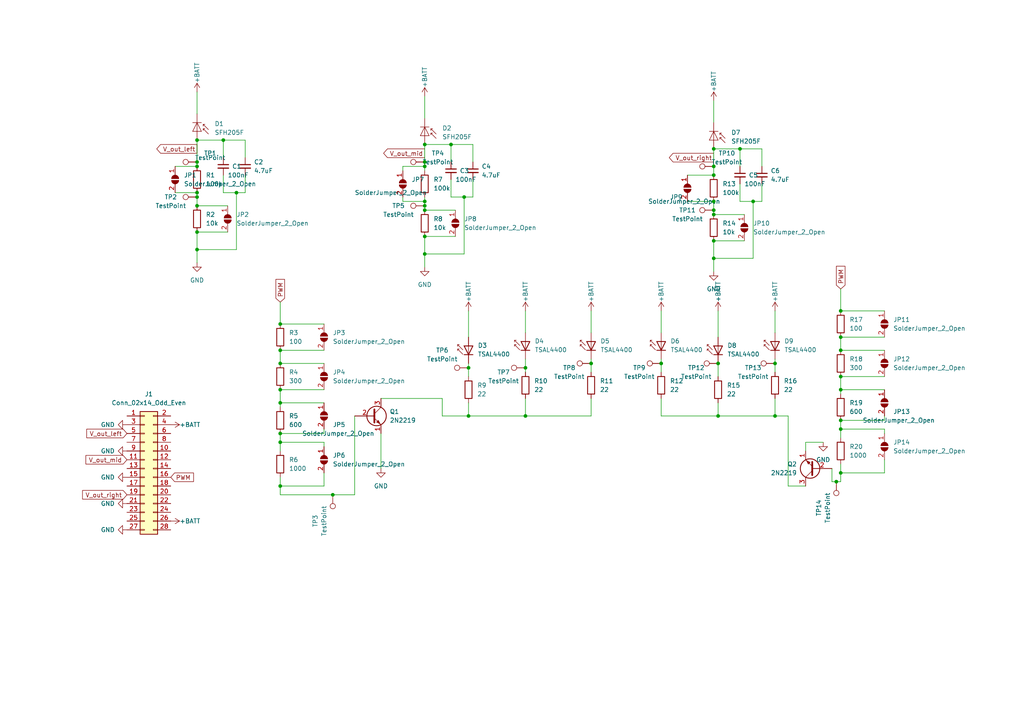
<source format=kicad_sch>
(kicad_sch (version 20211123) (generator eeschema)

  (uuid af4cf046-ddb6-4c60-ac06-328a42ed3ea4)

  (paper "A4")

  (title_block
    (title "IR Sensor Subsytem for Micromouse")
    (date "2024-03-20")
    (rev "V3")
    (company "University of Cape Town")
    (comment 1 "Chris Scheepers")
  )

  (lib_symbols
    (symbol "Connector:TestPoint" (pin_numbers hide) (pin_names (offset 0.762) hide) (in_bom yes) (on_board yes)
      (property "Reference" "TP" (id 0) (at 0 6.858 0)
        (effects (font (size 1.27 1.27)))
      )
      (property "Value" "TestPoint" (id 1) (at 0 5.08 0)
        (effects (font (size 1.27 1.27)))
      )
      (property "Footprint" "" (id 2) (at 5.08 0 0)
        (effects (font (size 1.27 1.27)) hide)
      )
      (property "Datasheet" "~" (id 3) (at 5.08 0 0)
        (effects (font (size 1.27 1.27)) hide)
      )
      (property "ki_keywords" "test point tp" (id 4) (at 0 0 0)
        (effects (font (size 1.27 1.27)) hide)
      )
      (property "ki_description" "test point" (id 5) (at 0 0 0)
        (effects (font (size 1.27 1.27)) hide)
      )
      (property "ki_fp_filters" "Pin* Test*" (id 6) (at 0 0 0)
        (effects (font (size 1.27 1.27)) hide)
      )
      (symbol "TestPoint_0_1"
        (circle (center 0 3.302) (radius 0.762)
          (stroke (width 0) (type default) (color 0 0 0 0))
          (fill (type none))
        )
      )
      (symbol "TestPoint_1_1"
        (pin passive line (at 0 0 90) (length 2.54)
          (name "1" (effects (font (size 1.27 1.27))))
          (number "1" (effects (font (size 1.27 1.27))))
        )
      )
    )
    (symbol "Connector_Generic:Conn_02x14_Odd_Even" (pin_names (offset 1.016) hide) (in_bom yes) (on_board yes)
      (property "Reference" "J" (id 0) (at 1.27 17.78 0)
        (effects (font (size 1.27 1.27)))
      )
      (property "Value" "Conn_02x14_Odd_Even" (id 1) (at 1.27 -20.32 0)
        (effects (font (size 1.27 1.27)))
      )
      (property "Footprint" "" (id 2) (at 0 0 0)
        (effects (font (size 1.27 1.27)) hide)
      )
      (property "Datasheet" "~" (id 3) (at 0 0 0)
        (effects (font (size 1.27 1.27)) hide)
      )
      (property "ki_keywords" "connector" (id 4) (at 0 0 0)
        (effects (font (size 1.27 1.27)) hide)
      )
      (property "ki_description" "Generic connector, double row, 02x14, odd/even pin numbering scheme (row 1 odd numbers, row 2 even numbers), script generated (kicad-library-utils/schlib/autogen/connector/)" (id 5) (at 0 0 0)
        (effects (font (size 1.27 1.27)) hide)
      )
      (property "ki_fp_filters" "Connector*:*_2x??_*" (id 6) (at 0 0 0)
        (effects (font (size 1.27 1.27)) hide)
      )
      (symbol "Conn_02x14_Odd_Even_1_1"
        (rectangle (start -1.27 -17.653) (end 0 -17.907)
          (stroke (width 0.1524) (type default) (color 0 0 0 0))
          (fill (type none))
        )
        (rectangle (start -1.27 -15.113) (end 0 -15.367)
          (stroke (width 0.1524) (type default) (color 0 0 0 0))
          (fill (type none))
        )
        (rectangle (start -1.27 -12.573) (end 0 -12.827)
          (stroke (width 0.1524) (type default) (color 0 0 0 0))
          (fill (type none))
        )
        (rectangle (start -1.27 -10.033) (end 0 -10.287)
          (stroke (width 0.1524) (type default) (color 0 0 0 0))
          (fill (type none))
        )
        (rectangle (start -1.27 -7.493) (end 0 -7.747)
          (stroke (width 0.1524) (type default) (color 0 0 0 0))
          (fill (type none))
        )
        (rectangle (start -1.27 -4.953) (end 0 -5.207)
          (stroke (width 0.1524) (type default) (color 0 0 0 0))
          (fill (type none))
        )
        (rectangle (start -1.27 -2.413) (end 0 -2.667)
          (stroke (width 0.1524) (type default) (color 0 0 0 0))
          (fill (type none))
        )
        (rectangle (start -1.27 0.127) (end 0 -0.127)
          (stroke (width 0.1524) (type default) (color 0 0 0 0))
          (fill (type none))
        )
        (rectangle (start -1.27 2.667) (end 0 2.413)
          (stroke (width 0.1524) (type default) (color 0 0 0 0))
          (fill (type none))
        )
        (rectangle (start -1.27 5.207) (end 0 4.953)
          (stroke (width 0.1524) (type default) (color 0 0 0 0))
          (fill (type none))
        )
        (rectangle (start -1.27 7.747) (end 0 7.493)
          (stroke (width 0.1524) (type default) (color 0 0 0 0))
          (fill (type none))
        )
        (rectangle (start -1.27 10.287) (end 0 10.033)
          (stroke (width 0.1524) (type default) (color 0 0 0 0))
          (fill (type none))
        )
        (rectangle (start -1.27 12.827) (end 0 12.573)
          (stroke (width 0.1524) (type default) (color 0 0 0 0))
          (fill (type none))
        )
        (rectangle (start -1.27 15.367) (end 0 15.113)
          (stroke (width 0.1524) (type default) (color 0 0 0 0))
          (fill (type none))
        )
        (rectangle (start -1.27 16.51) (end 3.81 -19.05)
          (stroke (width 0.254) (type default) (color 0 0 0 0))
          (fill (type background))
        )
        (rectangle (start 3.81 -17.653) (end 2.54 -17.907)
          (stroke (width 0.1524) (type default) (color 0 0 0 0))
          (fill (type none))
        )
        (rectangle (start 3.81 -15.113) (end 2.54 -15.367)
          (stroke (width 0.1524) (type default) (color 0 0 0 0))
          (fill (type none))
        )
        (rectangle (start 3.81 -12.573) (end 2.54 -12.827)
          (stroke (width 0.1524) (type default) (color 0 0 0 0))
          (fill (type none))
        )
        (rectangle (start 3.81 -10.033) (end 2.54 -10.287)
          (stroke (width 0.1524) (type default) (color 0 0 0 0))
          (fill (type none))
        )
        (rectangle (start 3.81 -7.493) (end 2.54 -7.747)
          (stroke (width 0.1524) (type default) (color 0 0 0 0))
          (fill (type none))
        )
        (rectangle (start 3.81 -4.953) (end 2.54 -5.207)
          (stroke (width 0.1524) (type default) (color 0 0 0 0))
          (fill (type none))
        )
        (rectangle (start 3.81 -2.413) (end 2.54 -2.667)
          (stroke (width 0.1524) (type default) (color 0 0 0 0))
          (fill (type none))
        )
        (rectangle (start 3.81 0.127) (end 2.54 -0.127)
          (stroke (width 0.1524) (type default) (color 0 0 0 0))
          (fill (type none))
        )
        (rectangle (start 3.81 2.667) (end 2.54 2.413)
          (stroke (width 0.1524) (type default) (color 0 0 0 0))
          (fill (type none))
        )
        (rectangle (start 3.81 5.207) (end 2.54 4.953)
          (stroke (width 0.1524) (type default) (color 0 0 0 0))
          (fill (type none))
        )
        (rectangle (start 3.81 7.747) (end 2.54 7.493)
          (stroke (width 0.1524) (type default) (color 0 0 0 0))
          (fill (type none))
        )
        (rectangle (start 3.81 10.287) (end 2.54 10.033)
          (stroke (width 0.1524) (type default) (color 0 0 0 0))
          (fill (type none))
        )
        (rectangle (start 3.81 12.827) (end 2.54 12.573)
          (stroke (width 0.1524) (type default) (color 0 0 0 0))
          (fill (type none))
        )
        (rectangle (start 3.81 15.367) (end 2.54 15.113)
          (stroke (width 0.1524) (type default) (color 0 0 0 0))
          (fill (type none))
        )
        (pin passive line (at -5.08 15.24 0) (length 3.81)
          (name "Pin_1" (effects (font (size 1.27 1.27))))
          (number "1" (effects (font (size 1.27 1.27))))
        )
        (pin passive line (at 7.62 5.08 180) (length 3.81)
          (name "Pin_10" (effects (font (size 1.27 1.27))))
          (number "10" (effects (font (size 1.27 1.27))))
        )
        (pin passive line (at -5.08 2.54 0) (length 3.81)
          (name "Pin_11" (effects (font (size 1.27 1.27))))
          (number "11" (effects (font (size 1.27 1.27))))
        )
        (pin passive line (at 7.62 2.54 180) (length 3.81)
          (name "Pin_12" (effects (font (size 1.27 1.27))))
          (number "12" (effects (font (size 1.27 1.27))))
        )
        (pin passive line (at -5.08 0 0) (length 3.81)
          (name "Pin_13" (effects (font (size 1.27 1.27))))
          (number "13" (effects (font (size 1.27 1.27))))
        )
        (pin passive line (at 7.62 0 180) (length 3.81)
          (name "Pin_14" (effects (font (size 1.27 1.27))))
          (number "14" (effects (font (size 1.27 1.27))))
        )
        (pin passive line (at -5.08 -2.54 0) (length 3.81)
          (name "Pin_15" (effects (font (size 1.27 1.27))))
          (number "15" (effects (font (size 1.27 1.27))))
        )
        (pin passive line (at 7.62 -2.54 180) (length 3.81)
          (name "Pin_16" (effects (font (size 1.27 1.27))))
          (number "16" (effects (font (size 1.27 1.27))))
        )
        (pin passive line (at -5.08 -5.08 0) (length 3.81)
          (name "Pin_17" (effects (font (size 1.27 1.27))))
          (number "17" (effects (font (size 1.27 1.27))))
        )
        (pin passive line (at 7.62 -5.08 180) (length 3.81)
          (name "Pin_18" (effects (font (size 1.27 1.27))))
          (number "18" (effects (font (size 1.27 1.27))))
        )
        (pin passive line (at -5.08 -7.62 0) (length 3.81)
          (name "Pin_19" (effects (font (size 1.27 1.27))))
          (number "19" (effects (font (size 1.27 1.27))))
        )
        (pin passive line (at 7.62 15.24 180) (length 3.81)
          (name "Pin_2" (effects (font (size 1.27 1.27))))
          (number "2" (effects (font (size 1.27 1.27))))
        )
        (pin passive line (at 7.62 -7.62 180) (length 3.81)
          (name "Pin_20" (effects (font (size 1.27 1.27))))
          (number "20" (effects (font (size 1.27 1.27))))
        )
        (pin passive line (at -5.08 -10.16 0) (length 3.81)
          (name "Pin_21" (effects (font (size 1.27 1.27))))
          (number "21" (effects (font (size 1.27 1.27))))
        )
        (pin passive line (at 7.62 -10.16 180) (length 3.81)
          (name "Pin_22" (effects (font (size 1.27 1.27))))
          (number "22" (effects (font (size 1.27 1.27))))
        )
        (pin passive line (at -5.08 -12.7 0) (length 3.81)
          (name "Pin_23" (effects (font (size 1.27 1.27))))
          (number "23" (effects (font (size 1.27 1.27))))
        )
        (pin passive line (at 7.62 -12.7 180) (length 3.81)
          (name "Pin_24" (effects (font (size 1.27 1.27))))
          (number "24" (effects (font (size 1.27 1.27))))
        )
        (pin passive line (at -5.08 -15.24 0) (length 3.81)
          (name "Pin_25" (effects (font (size 1.27 1.27))))
          (number "25" (effects (font (size 1.27 1.27))))
        )
        (pin passive line (at 7.62 -15.24 180) (length 3.81)
          (name "Pin_26" (effects (font (size 1.27 1.27))))
          (number "26" (effects (font (size 1.27 1.27))))
        )
        (pin passive line (at -5.08 -17.78 0) (length 3.81)
          (name "Pin_27" (effects (font (size 1.27 1.27))))
          (number "27" (effects (font (size 1.27 1.27))))
        )
        (pin passive line (at 7.62 -17.78 180) (length 3.81)
          (name "Pin_28" (effects (font (size 1.27 1.27))))
          (number "28" (effects (font (size 1.27 1.27))))
        )
        (pin passive line (at -5.08 12.7 0) (length 3.81)
          (name "Pin_3" (effects (font (size 1.27 1.27))))
          (number "3" (effects (font (size 1.27 1.27))))
        )
        (pin passive line (at 7.62 12.7 180) (length 3.81)
          (name "Pin_4" (effects (font (size 1.27 1.27))))
          (number "4" (effects (font (size 1.27 1.27))))
        )
        (pin passive line (at -5.08 10.16 0) (length 3.81)
          (name "Pin_5" (effects (font (size 1.27 1.27))))
          (number "5" (effects (font (size 1.27 1.27))))
        )
        (pin passive line (at 7.62 10.16 180) (length 3.81)
          (name "Pin_6" (effects (font (size 1.27 1.27))))
          (number "6" (effects (font (size 1.27 1.27))))
        )
        (pin passive line (at -5.08 7.62 0) (length 3.81)
          (name "Pin_7" (effects (font (size 1.27 1.27))))
          (number "7" (effects (font (size 1.27 1.27))))
        )
        (pin passive line (at 7.62 7.62 180) (length 3.81)
          (name "Pin_8" (effects (font (size 1.27 1.27))))
          (number "8" (effects (font (size 1.27 1.27))))
        )
        (pin passive line (at -5.08 5.08 0) (length 3.81)
          (name "Pin_9" (effects (font (size 1.27 1.27))))
          (number "9" (effects (font (size 1.27 1.27))))
        )
      )
    )
    (symbol "Device:C_Small" (pin_numbers hide) (pin_names (offset 0.254) hide) (in_bom yes) (on_board yes)
      (property "Reference" "C" (id 0) (at 0.254 1.778 0)
        (effects (font (size 1.27 1.27)) (justify left))
      )
      (property "Value" "C_Small" (id 1) (at 0.254 -2.032 0)
        (effects (font (size 1.27 1.27)) (justify left))
      )
      (property "Footprint" "" (id 2) (at 0 0 0)
        (effects (font (size 1.27 1.27)) hide)
      )
      (property "Datasheet" "~" (id 3) (at 0 0 0)
        (effects (font (size 1.27 1.27)) hide)
      )
      (property "ki_keywords" "capacitor cap" (id 4) (at 0 0 0)
        (effects (font (size 1.27 1.27)) hide)
      )
      (property "ki_description" "Unpolarized capacitor, small symbol" (id 5) (at 0 0 0)
        (effects (font (size 1.27 1.27)) hide)
      )
      (property "ki_fp_filters" "C_*" (id 6) (at 0 0 0)
        (effects (font (size 1.27 1.27)) hide)
      )
      (symbol "C_Small_0_1"
        (polyline
          (pts
            (xy -1.524 -0.508)
            (xy 1.524 -0.508)
          )
          (stroke (width 0.3302) (type default) (color 0 0 0 0))
          (fill (type none))
        )
        (polyline
          (pts
            (xy -1.524 0.508)
            (xy 1.524 0.508)
          )
          (stroke (width 0.3048) (type default) (color 0 0 0 0))
          (fill (type none))
        )
      )
      (symbol "C_Small_1_1"
        (pin passive line (at 0 2.54 270) (length 2.032)
          (name "~" (effects (font (size 1.27 1.27))))
          (number "1" (effects (font (size 1.27 1.27))))
        )
        (pin passive line (at 0 -2.54 90) (length 2.032)
          (name "~" (effects (font (size 1.27 1.27))))
          (number "2" (effects (font (size 1.27 1.27))))
        )
      )
    )
    (symbol "Device:R" (pin_numbers hide) (pin_names (offset 0)) (in_bom yes) (on_board yes)
      (property "Reference" "R" (id 0) (at 2.032 0 90)
        (effects (font (size 1.27 1.27)))
      )
      (property "Value" "R" (id 1) (at 0 0 90)
        (effects (font (size 1.27 1.27)))
      )
      (property "Footprint" "" (id 2) (at -1.778 0 90)
        (effects (font (size 1.27 1.27)) hide)
      )
      (property "Datasheet" "~" (id 3) (at 0 0 0)
        (effects (font (size 1.27 1.27)) hide)
      )
      (property "ki_keywords" "R res resistor" (id 4) (at 0 0 0)
        (effects (font (size 1.27 1.27)) hide)
      )
      (property "ki_description" "Resistor" (id 5) (at 0 0 0)
        (effects (font (size 1.27 1.27)) hide)
      )
      (property "ki_fp_filters" "R_*" (id 6) (at 0 0 0)
        (effects (font (size 1.27 1.27)) hide)
      )
      (symbol "R_0_1"
        (rectangle (start -1.016 -2.54) (end 1.016 2.54)
          (stroke (width 0.254) (type default) (color 0 0 0 0))
          (fill (type none))
        )
      )
      (symbol "R_1_1"
        (pin passive line (at 0 3.81 270) (length 1.27)
          (name "~" (effects (font (size 1.27 1.27))))
          (number "1" (effects (font (size 1.27 1.27))))
        )
        (pin passive line (at 0 -3.81 90) (length 1.27)
          (name "~" (effects (font (size 1.27 1.27))))
          (number "2" (effects (font (size 1.27 1.27))))
        )
      )
    )
    (symbol "Jumper:SolderJumper_2_Open" (pin_names (offset 0) hide) (in_bom yes) (on_board yes)
      (property "Reference" "JP" (id 0) (at 0 2.032 0)
        (effects (font (size 1.27 1.27)))
      )
      (property "Value" "SolderJumper_2_Open" (id 1) (at 0 -2.54 0)
        (effects (font (size 1.27 1.27)))
      )
      (property "Footprint" "" (id 2) (at 0 0 0)
        (effects (font (size 1.27 1.27)) hide)
      )
      (property "Datasheet" "~" (id 3) (at 0 0 0)
        (effects (font (size 1.27 1.27)) hide)
      )
      (property "ki_keywords" "solder jumper SPST" (id 4) (at 0 0 0)
        (effects (font (size 1.27 1.27)) hide)
      )
      (property "ki_description" "Solder Jumper, 2-pole, open" (id 5) (at 0 0 0)
        (effects (font (size 1.27 1.27)) hide)
      )
      (property "ki_fp_filters" "SolderJumper*Open*" (id 6) (at 0 0 0)
        (effects (font (size 1.27 1.27)) hide)
      )
      (symbol "SolderJumper_2_Open_0_1"
        (arc (start -0.254 1.016) (mid -1.27 0) (end -0.254 -1.016)
          (stroke (width 0) (type default) (color 0 0 0 0))
          (fill (type none))
        )
        (arc (start -0.254 1.016) (mid -1.27 0) (end -0.254 -1.016)
          (stroke (width 0) (type default) (color 0 0 0 0))
          (fill (type outline))
        )
        (polyline
          (pts
            (xy -0.254 1.016)
            (xy -0.254 -1.016)
          )
          (stroke (width 0) (type default) (color 0 0 0 0))
          (fill (type none))
        )
        (polyline
          (pts
            (xy 0.254 1.016)
            (xy 0.254 -1.016)
          )
          (stroke (width 0) (type default) (color 0 0 0 0))
          (fill (type none))
        )
        (arc (start 0.254 -1.016) (mid 1.27 0) (end 0.254 1.016)
          (stroke (width 0) (type default) (color 0 0 0 0))
          (fill (type none))
        )
        (arc (start 0.254 -1.016) (mid 1.27 0) (end 0.254 1.016)
          (stroke (width 0) (type default) (color 0 0 0 0))
          (fill (type outline))
        )
      )
      (symbol "SolderJumper_2_Open_1_1"
        (pin passive line (at -3.81 0 0) (length 2.54)
          (name "A" (effects (font (size 1.27 1.27))))
          (number "1" (effects (font (size 1.27 1.27))))
        )
        (pin passive line (at 3.81 0 180) (length 2.54)
          (name "B" (effects (font (size 1.27 1.27))))
          (number "2" (effects (font (size 1.27 1.27))))
        )
      )
    )
    (symbol "LED:TSAL4400" (pin_numbers hide) (pin_names (offset 1.016) hide) (in_bom yes) (on_board yes)
      (property "Reference" "D" (id 0) (at 0.508 1.778 0)
        (effects (font (size 1.27 1.27)) (justify left))
      )
      (property "Value" "TSAL4400" (id 1) (at -1.016 -2.794 0)
        (effects (font (size 1.27 1.27)))
      )
      (property "Footprint" "LED_THT:LED_D3.0mm_IRBlack" (id 2) (at 0 4.445 0)
        (effects (font (size 1.27 1.27)) hide)
      )
      (property "Datasheet" "http://www.vishay.com/docs/81006/tsal4400.pdf" (id 3) (at -1.27 0 0)
        (effects (font (size 1.27 1.27)) hide)
      )
      (property "ki_keywords" "opto IR LED" (id 4) (at 0 0 0)
        (effects (font (size 1.27 1.27)) hide)
      )
      (property "ki_description" "Infrared LED , 3mm LED package" (id 5) (at 0 0 0)
        (effects (font (size 1.27 1.27)) hide)
      )
      (property "ki_fp_filters" "LED*3.0mm*IRBlack*" (id 6) (at 0 0 0)
        (effects (font (size 1.27 1.27)) hide)
      )
      (symbol "TSAL4400_0_1"
        (polyline
          (pts
            (xy -2.54 1.27)
            (xy -2.54 -1.27)
          )
          (stroke (width 0.254) (type default) (color 0 0 0 0))
          (fill (type none))
        )
        (polyline
          (pts
            (xy 0 0)
            (xy -2.54 0)
          )
          (stroke (width 0) (type default) (color 0 0 0 0))
          (fill (type none))
        )
        (polyline
          (pts
            (xy 0.381 3.175)
            (xy -0.127 3.175)
          )
          (stroke (width 0) (type default) (color 0 0 0 0))
          (fill (type none))
        )
        (polyline
          (pts
            (xy -1.143 1.651)
            (xy 0.381 3.175)
            (xy 0.381 2.667)
          )
          (stroke (width 0) (type default) (color 0 0 0 0))
          (fill (type none))
        )
        (polyline
          (pts
            (xy 0 1.27)
            (xy -2.54 0)
            (xy 0 -1.27)
            (xy 0 1.27)
          )
          (stroke (width 0.254) (type default) (color 0 0 0 0))
          (fill (type none))
        )
        (polyline
          (pts
            (xy -2.413 1.651)
            (xy -0.889 3.175)
            (xy -0.889 2.667)
            (xy -0.889 3.175)
            (xy -1.397 3.175)
          )
          (stroke (width 0) (type default) (color 0 0 0 0))
          (fill (type none))
        )
      )
      (symbol "TSAL4400_1_1"
        (pin passive line (at -5.08 0 0) (length 2.54)
          (name "K" (effects (font (size 1.27 1.27))))
          (number "1" (effects (font (size 1.27 1.27))))
        )
        (pin passive line (at 2.54 0 180) (length 2.54)
          (name "A" (effects (font (size 1.27 1.27))))
          (number "2" (effects (font (size 1.27 1.27))))
        )
      )
    )
    (symbol "Sensor_Optical:SFH205F" (pin_numbers hide) (pin_names (offset 1.016) hide) (in_bom yes) (on_board yes)
      (property "Reference" "D" (id 0) (at 0.508 1.778 0)
        (effects (font (size 1.27 1.27)) (justify left))
      )
      (property "Value" "SFH205F" (id 1) (at -1.016 -2.794 0)
        (effects (font (size 1.27 1.27)))
      )
      (property "Footprint" "OptoDevice:Osram_SFH205" (id 2) (at 0 4.445 0)
        (effects (font (size 1.27 1.27)) hide)
      )
      (property "Datasheet" "http://www.osram-os.com/Graphics/XPic2/00101668_0.pdf" (id 3) (at -1.27 0 0)
        (effects (font (size 1.27 1.27)) hide)
      )
      (property "ki_keywords" "opto photo diode" (id 4) (at 0 0 0)
        (effects (font (size 1.27 1.27)) hide)
      )
      (property "ki_description" "Silicon PIN Photodiode with Daylight Blocking Filter" (id 5) (at 0 0 0)
        (effects (font (size 1.27 1.27)) hide)
      )
      (property "ki_fp_filters" "Osram*SFH205*" (id 6) (at 0 0 0)
        (effects (font (size 1.27 1.27)) hide)
      )
      (symbol "SFH205F_0_1"
        (polyline
          (pts
            (xy -2.54 1.27)
            (xy -2.54 -1.27)
          )
          (stroke (width 0.1524) (type default) (color 0 0 0 0))
          (fill (type none))
        )
        (polyline
          (pts
            (xy -2.032 1.778)
            (xy -1.524 1.778)
          )
          (stroke (width 0) (type default) (color 0 0 0 0))
          (fill (type none))
        )
        (polyline
          (pts
            (xy 0 0)
            (xy -2.54 0)
          )
          (stroke (width 0) (type default) (color 0 0 0 0))
          (fill (type none))
        )
        (polyline
          (pts
            (xy 0 1.27)
            (xy 0 -1.27)
          )
          (stroke (width 0) (type default) (color 0 0 0 0))
          (fill (type none))
        )
        (polyline
          (pts
            (xy -0.508 3.302)
            (xy -2.032 1.778)
            (xy -2.032 2.286)
          )
          (stroke (width 0) (type default) (color 0 0 0 0))
          (fill (type none))
        )
        (polyline
          (pts
            (xy 0 1.27)
            (xy -2.54 0)
            (xy 0 -1.27)
          )
          (stroke (width 0) (type default) (color 0 0 0 0))
          (fill (type none))
        )
        (polyline
          (pts
            (xy 0.762 3.302)
            (xy -0.762 1.778)
            (xy -0.762 2.286)
            (xy -0.762 1.778)
            (xy -0.254 1.778)
          )
          (stroke (width 0) (type default) (color 0 0 0 0))
          (fill (type none))
        )
      )
      (symbol "SFH205F_1_1"
        (pin passive line (at -5.08 0 0) (length 2.54)
          (name "K" (effects (font (size 1.27 1.27))))
          (number "1" (effects (font (size 1.27 1.27))))
        )
        (pin passive line (at 2.54 0 180) (length 2.54)
          (name "A" (effects (font (size 1.27 1.27))))
          (number "2" (effects (font (size 1.27 1.27))))
        )
      )
    )
    (symbol "Transistor_BJT:2N2219" (pin_names (offset 0) hide) (in_bom yes) (on_board yes)
      (property "Reference" "Q" (id 0) (at 5.08 1.905 0)
        (effects (font (size 1.27 1.27)) (justify left))
      )
      (property "Value" "2N2219" (id 1) (at 5.08 0 0)
        (effects (font (size 1.27 1.27)) (justify left))
      )
      (property "Footprint" "Package_TO_SOT_THT:TO-39-3" (id 2) (at 5.08 -1.905 0)
        (effects (font (size 1.27 1.27) italic) (justify left) hide)
      )
      (property "Datasheet" "http://www.onsemi.com/pub_link/Collateral/2N2219-D.PDF" (id 3) (at 0 0 0)
        (effects (font (size 1.27 1.27)) (justify left) hide)
      )
      (property "ki_keywords" "NPN Transistor" (id 4) (at 0 0 0)
        (effects (font (size 1.27 1.27)) hide)
      )
      (property "ki_description" "800mA Ic, 50V Vce, NPN Transistor, TO-39" (id 5) (at 0 0 0)
        (effects (font (size 1.27 1.27)) hide)
      )
      (property "ki_fp_filters" "TO?39*" (id 6) (at 0 0 0)
        (effects (font (size 1.27 1.27)) hide)
      )
      (symbol "2N2219_0_1"
        (polyline
          (pts
            (xy 0.635 0.635)
            (xy 2.54 2.54)
          )
          (stroke (width 0) (type default) (color 0 0 0 0))
          (fill (type none))
        )
        (polyline
          (pts
            (xy 0.635 -0.635)
            (xy 2.54 -2.54)
            (xy 2.54 -2.54)
          )
          (stroke (width 0) (type default) (color 0 0 0 0))
          (fill (type none))
        )
        (polyline
          (pts
            (xy 0.635 1.905)
            (xy 0.635 -1.905)
            (xy 0.635 -1.905)
          )
          (stroke (width 0.508) (type default) (color 0 0 0 0))
          (fill (type none))
        )
        (polyline
          (pts
            (xy 1.27 -1.778)
            (xy 1.778 -1.27)
            (xy 2.286 -2.286)
            (xy 1.27 -1.778)
            (xy 1.27 -1.778)
          )
          (stroke (width 0) (type default) (color 0 0 0 0))
          (fill (type outline))
        )
        (circle (center 1.27 0) (radius 2.8194)
          (stroke (width 0.254) (type default) (color 0 0 0 0))
          (fill (type none))
        )
      )
      (symbol "2N2219_1_1"
        (pin passive line (at 2.54 -5.08 90) (length 2.54)
          (name "E" (effects (font (size 1.27 1.27))))
          (number "1" (effects (font (size 1.27 1.27))))
        )
        (pin passive line (at -5.08 0 0) (length 5.715)
          (name "B" (effects (font (size 1.27 1.27))))
          (number "2" (effects (font (size 1.27 1.27))))
        )
        (pin passive line (at 2.54 5.08 270) (length 2.54)
          (name "C" (effects (font (size 1.27 1.27))))
          (number "3" (effects (font (size 1.27 1.27))))
        )
      )
    )
    (symbol "power:+BATT" (power) (pin_names (offset 0)) (in_bom yes) (on_board yes)
      (property "Reference" "#PWR" (id 0) (at 0 -3.81 0)
        (effects (font (size 1.27 1.27)) hide)
      )
      (property "Value" "+BATT" (id 1) (at 0 3.556 0)
        (effects (font (size 1.27 1.27)))
      )
      (property "Footprint" "" (id 2) (at 0 0 0)
        (effects (font (size 1.27 1.27)) hide)
      )
      (property "Datasheet" "" (id 3) (at 0 0 0)
        (effects (font (size 1.27 1.27)) hide)
      )
      (property "ki_keywords" "power-flag battery" (id 4) (at 0 0 0)
        (effects (font (size 1.27 1.27)) hide)
      )
      (property "ki_description" "Power symbol creates a global label with name \"+BATT\"" (id 5) (at 0 0 0)
        (effects (font (size 1.27 1.27)) hide)
      )
      (symbol "+BATT_0_1"
        (polyline
          (pts
            (xy -0.762 1.27)
            (xy 0 2.54)
          )
          (stroke (width 0) (type default) (color 0 0 0 0))
          (fill (type none))
        )
        (polyline
          (pts
            (xy 0 0)
            (xy 0 2.54)
          )
          (stroke (width 0) (type default) (color 0 0 0 0))
          (fill (type none))
        )
        (polyline
          (pts
            (xy 0 2.54)
            (xy 0.762 1.27)
          )
          (stroke (width 0) (type default) (color 0 0 0 0))
          (fill (type none))
        )
      )
      (symbol "+BATT_1_1"
        (pin power_in line (at 0 0 90) (length 0) hide
          (name "+BATT" (effects (font (size 1.27 1.27))))
          (number "1" (effects (font (size 1.27 1.27))))
        )
      )
    )
    (symbol "power:GND" (power) (pin_names (offset 0)) (in_bom yes) (on_board yes)
      (property "Reference" "#PWR" (id 0) (at 0 -6.35 0)
        (effects (font (size 1.27 1.27)) hide)
      )
      (property "Value" "GND" (id 1) (at 0 -3.81 0)
        (effects (font (size 1.27 1.27)))
      )
      (property "Footprint" "" (id 2) (at 0 0 0)
        (effects (font (size 1.27 1.27)) hide)
      )
      (property "Datasheet" "" (id 3) (at 0 0 0)
        (effects (font (size 1.27 1.27)) hide)
      )
      (property "ki_keywords" "power-flag" (id 4) (at 0 0 0)
        (effects (font (size 1.27 1.27)) hide)
      )
      (property "ki_description" "Power symbol creates a global label with name \"GND\" , ground" (id 5) (at 0 0 0)
        (effects (font (size 1.27 1.27)) hide)
      )
      (symbol "GND_0_1"
        (polyline
          (pts
            (xy 0 0)
            (xy 0 -1.27)
            (xy 1.27 -1.27)
            (xy 0 -2.54)
            (xy -1.27 -1.27)
            (xy 0 -1.27)
          )
          (stroke (width 0) (type default) (color 0 0 0 0))
          (fill (type none))
        )
      )
      (symbol "GND_1_1"
        (pin power_in line (at 0 0 270) (length 0) hide
          (name "GND" (effects (font (size 1.27 1.27))))
          (number "1" (effects (font (size 1.27 1.27))))
        )
      )
    )
  )

  (junction (at 57.15 48.26) (diameter 0) (color 0 0 0 0)
    (uuid 095b8fb7-ce03-4934-8a4a-9d245e188807)
  )
  (junction (at 81.28 105.41) (diameter 0) (color 0 0 0 0)
    (uuid 0bc170cd-8296-4f43-9393-62d28b1337c2)
  )
  (junction (at 243.84 97.79) (diameter 0) (color 0 0 0 0)
    (uuid 0be5b578-feb9-48d5-8d5b-d9ed78ca4565)
  )
  (junction (at 171.45 105.41) (diameter 0) (color 0 0 0 0)
    (uuid 0c649659-a550-4e94-87a8-9dc032aec17d)
  )
  (junction (at 243.84 101.6) (diameter 0) (color 0 0 0 0)
    (uuid 0d48fa78-2ee5-4f98-a516-eb841b98d9fd)
  )
  (junction (at 152.4 120.65) (diameter 0) (color 0 0 0 0)
    (uuid 11e597e6-0b9f-4e1a-8196-89369eef5f48)
  )
  (junction (at 207.01 43.18) (diameter 0) (color 0 0 0 0)
    (uuid 147355be-6111-4797-b9e6-63d7cbbf3ea2)
  )
  (junction (at 123.19 68.58) (diameter 0) (color 0 0 0 0)
    (uuid 14aba73a-88c9-4833-b320-10a1f2f61b0c)
  )
  (junction (at 123.19 58.42) (diameter 0) (color 0 0 0 0)
    (uuid 16a28d45-20a0-451a-a7d8-8ac4d5530161)
  )
  (junction (at 123.19 46.99) (diameter 0) (color 0 0 0 0)
    (uuid 16cce0cf-0f09-43c4-8279-12e0cef107e3)
  )
  (junction (at 123.19 59.69) (diameter 0) (color 0 0 0 0)
    (uuid 1b51788b-69f8-40ee-a39c-20cb746b3e13)
  )
  (junction (at 207.01 60.96) (diameter 0) (color 0 0 0 0)
    (uuid 1dcffcf1-dab5-4d44-ac1b-60d7a7dc1d5a)
  )
  (junction (at 207.01 58.42) (diameter 0) (color 0 0 0 0)
    (uuid 20bb7e80-b860-4109-adcf-6624e8e2f5ba)
  )
  (junction (at 123.19 48.26) (diameter 0) (color 0 0 0 0)
    (uuid 226f3d2d-af85-4244-95f8-4e7b4cb195cf)
  )
  (junction (at 57.15 46.99) (diameter 0) (color 0 0 0 0)
    (uuid 26fdf0e5-8137-46a0-abd3-ce6b3d180d28)
  )
  (junction (at 96.52 143.51) (diameter 0) (color 0 0 0 0)
    (uuid 327e8f3c-d917-464b-b1c9-23cbd008419d)
  )
  (junction (at 123.19 60.96) (diameter 0) (color 0 0 0 0)
    (uuid 36864f17-dfae-426e-abf9-d89aa02e4561)
  )
  (junction (at 218.44 58.42) (diameter 0) (color 0 0 0 0)
    (uuid 3a20c51e-884c-42e0-a528-1bf5b835a311)
  )
  (junction (at 207.01 74.93) (diameter 0) (color 0 0 0 0)
    (uuid 4cbb0bef-404d-4eb7-861f-fdf514c5b963)
  )
  (junction (at 191.77 105.41) (diameter 0) (color 0 0 0 0)
    (uuid 4f6dae3c-d78b-407c-815f-7cd4a9a6808e)
  )
  (junction (at 57.15 55.88) (diameter 0) (color 0 0 0 0)
    (uuid 55444ab6-e619-4903-bc60-608927adf310)
  )
  (junction (at 207.01 50.8) (diameter 0) (color 0 0 0 0)
    (uuid 5bc9fce3-3224-4d36-843d-798de745cdbf)
  )
  (junction (at 57.15 72.39) (diameter 0) (color 0 0 0 0)
    (uuid 5fb0254e-56ee-4293-89a6-74393d1ece57)
  )
  (junction (at 81.28 128.27) (diameter 0) (color 0 0 0 0)
    (uuid 60e1add9-e630-44a9-98ce-91649a812fda)
  )
  (junction (at 243.84 109.22) (diameter 0) (color 0 0 0 0)
    (uuid 660c5c21-f70f-4e77-bc34-b79d018e0d8d)
  )
  (junction (at 243.84 124.46) (diameter 0) (color 0 0 0 0)
    (uuid 68631734-4da5-414c-9dfb-9ff5a9d0ac93)
  )
  (junction (at 123.19 41.91) (diameter 0) (color 0 0 0 0)
    (uuid 6c0bd06c-e17d-46ae-9ef1-42f29fd8f5a0)
  )
  (junction (at 81.28 140.97) (diameter 0) (color 0 0 0 0)
    (uuid 6ec2d8fd-b38e-4fac-ba7f-ff9083211fce)
  )
  (junction (at 208.28 120.65) (diameter 0) (color 0 0 0 0)
    (uuid 7d690726-f4f8-4ce3-a1c1-bdfc38b63737)
  )
  (junction (at 81.28 101.6) (diameter 0) (color 0 0 0 0)
    (uuid 8140c4f9-3aee-4721-8e31-67614f71070a)
  )
  (junction (at 68.58 55.88) (diameter 0) (color 0 0 0 0)
    (uuid 82f330ac-4984-4be2-92a4-7bb773527951)
  )
  (junction (at 224.79 120.65) (diameter 0) (color 0 0 0 0)
    (uuid 8739e3b4-84dd-4919-85aa-0b7189422549)
  )
  (junction (at 208.28 105.41) (diameter 0) (color 0 0 0 0)
    (uuid 88bf2c37-9c98-4342-b167-69562a2243a0)
  )
  (junction (at 243.84 113.03) (diameter 0) (color 0 0 0 0)
    (uuid 897a2f55-5c49-4b15-87e0-53763f20d4a6)
  )
  (junction (at 243.84 137.16) (diameter 0) (color 0 0 0 0)
    (uuid 96d47d6f-717e-4c05-b47f-31e491186e61)
  )
  (junction (at 81.28 125.73) (diameter 0) (color 0 0 0 0)
    (uuid 9a32dcd0-5d79-46ef-b42f-8c28510fd6b1)
  )
  (junction (at 57.15 57.15) (diameter 0) (color 0 0 0 0)
    (uuid 9c5f5234-c501-4e68-bc48-f676544c2b51)
  )
  (junction (at 243.84 121.92) (diameter 0) (color 0 0 0 0)
    (uuid 9dd99129-5d37-4100-8e61-8b0dd5d40dc3)
  )
  (junction (at 57.15 40.64) (diameter 0) (color 0 0 0 0)
    (uuid a0f8c456-40a9-425c-a1de-382291983d03)
  )
  (junction (at 57.15 59.69) (diameter 0) (color 0 0 0 0)
    (uuid a114c4f3-39e8-4f9b-a48c-cc2827e963cd)
  )
  (junction (at 224.79 105.41) (diameter 0) (color 0 0 0 0)
    (uuid a49ea0e4-6c9d-4006-be8e-b13725846cb9)
  )
  (junction (at 134.62 57.15) (diameter 0) (color 0 0 0 0)
    (uuid a6dd7ef8-dc09-4684-9e6d-6635b188e4ce)
  )
  (junction (at 243.84 90.17) (diameter 0) (color 0 0 0 0)
    (uuid b76fd2b9-cb95-422d-9513-38c4345436e3)
  )
  (junction (at 81.28 116.84) (diameter 0) (color 0 0 0 0)
    (uuid be88a8f8-9470-4e10-9fec-8c352cf02300)
  )
  (junction (at 135.89 120.65) (diameter 0) (color 0 0 0 0)
    (uuid bfe0b635-2279-480c-a916-63049293d00e)
  )
  (junction (at 81.28 93.98) (diameter 0) (color 0 0 0 0)
    (uuid cbe52540-900c-4834-a529-3787b9084477)
  )
  (junction (at 207.01 69.85) (diameter 0) (color 0 0 0 0)
    (uuid cefc13f9-ff8c-4fec-ab86-1b1520c4c187)
  )
  (junction (at 152.4 106.68) (diameter 0) (color 0 0 0 0)
    (uuid cf11c25c-5a92-444b-b606-98438b2fb41f)
  )
  (junction (at 81.28 113.03) (diameter 0) (color 0 0 0 0)
    (uuid d0b3e3c1-5d40-44b9-b981-e8975a79dfab)
  )
  (junction (at 207.01 48.26) (diameter 0) (color 0 0 0 0)
    (uuid d39c46f2-ccc2-4a89-899a-e361621901be)
  )
  (junction (at 130.81 41.91) (diameter 0) (color 0 0 0 0)
    (uuid d431217f-532a-446e-8457-9145397ba2d5)
  )
  (junction (at 123.19 73.66) (diameter 0) (color 0 0 0 0)
    (uuid d5009831-99a5-41e6-a64f-ee613d91ef82)
  )
  (junction (at 64.77 40.64) (diameter 0) (color 0 0 0 0)
    (uuid dcda0ed4-21d2-4f96-ba6b-7c4505fbcd8e)
  )
  (junction (at 214.63 43.18) (diameter 0) (color 0 0 0 0)
    (uuid e0576b1f-ca98-4ddf-8d52-9a01f49c2873)
  )
  (junction (at 135.89 106.68) (diameter 0) (color 0 0 0 0)
    (uuid e7aed669-c0ad-4364-86dc-06401b1a4bad)
  )
  (junction (at 242.57 139.7) (diameter 0) (color 0 0 0 0)
    (uuid ea94ef4c-60e2-4bda-8102-10a9c45dc587)
  )
  (junction (at 57.15 67.31) (diameter 0) (color 0 0 0 0)
    (uuid f7549c22-cc21-4e91-88bd-f209361bd622)
  )
  (junction (at 207.01 62.23) (diameter 0) (color 0 0 0 0)
    (uuid f7ecaf71-1c02-4f2c-870b-101c06253caf)
  )

  (wire (pts (xy 191.77 90.17) (xy 191.77 96.52))
    (stroke (width 0) (type default) (color 0 0 0 0))
    (uuid 0410532d-d7e1-4193-9992-ac860aeacf6f)
  )
  (wire (pts (xy 207.01 43.18) (xy 214.63 43.18))
    (stroke (width 0) (type default) (color 0 0 0 0))
    (uuid 0476da04-25c3-4bb5-a095-e1d6087b86f7)
  )
  (wire (pts (xy 57.15 40.64) (xy 57.15 46.99))
    (stroke (width 0) (type default) (color 0 0 0 0))
    (uuid 05999bef-157b-49e2-9f27-4b3ded10f096)
  )
  (wire (pts (xy 123.19 27.94) (xy 123.19 34.29))
    (stroke (width 0) (type default) (color 0 0 0 0))
    (uuid 05a07f74-72f1-43e6-beb5-d4f8fdf535af)
  )
  (wire (pts (xy 207.01 58.42) (xy 207.01 60.96))
    (stroke (width 0) (type default) (color 0 0 0 0))
    (uuid 0924afd9-2b9b-409c-87c1-7e3777d5f39b)
  )
  (wire (pts (xy 224.79 115.57) (xy 224.79 120.65))
    (stroke (width 0) (type default) (color 0 0 0 0))
    (uuid 097ba70f-594a-4fce-8ff4-408fb9a2e3b7)
  )
  (wire (pts (xy 220.98 48.26) (xy 220.98 43.18))
    (stroke (width 0) (type default) (color 0 0 0 0))
    (uuid 0ad4de41-601f-4838-96a5-f753bc54779b)
  )
  (wire (pts (xy 243.84 83.82) (xy 243.84 90.17))
    (stroke (width 0) (type default) (color 0 0 0 0))
    (uuid 0c4b6c14-75a6-424c-ba2e-c7819240d04b)
  )
  (wire (pts (xy 171.45 90.17) (xy 171.45 96.52))
    (stroke (width 0) (type default) (color 0 0 0 0))
    (uuid 0e6eaffc-857c-4fa3-8d51-1c7cc7d3e3ed)
  )
  (wire (pts (xy 191.77 105.41) (xy 191.77 107.95))
    (stroke (width 0) (type default) (color 0 0 0 0))
    (uuid 0f10f00e-b1d0-481b-8eec-4a029d1dd965)
  )
  (wire (pts (xy 57.15 40.64) (xy 64.77 40.64))
    (stroke (width 0) (type default) (color 0 0 0 0))
    (uuid 0fed53e3-2ada-4a58-80fa-fa8c5d5f5dae)
  )
  (wire (pts (xy 96.52 143.51) (xy 81.28 143.51))
    (stroke (width 0) (type default) (color 0 0 0 0))
    (uuid 11bc0407-994f-47f3-a5ef-74919f6e7768)
  )
  (wire (pts (xy 243.84 139.7) (xy 242.57 139.7))
    (stroke (width 0) (type default) (color 0 0 0 0))
    (uuid 123eac72-02ba-47cc-bdee-4f8822d9ba4e)
  )
  (wire (pts (xy 64.77 45.72) (xy 64.77 40.64))
    (stroke (width 0) (type default) (color 0 0 0 0))
    (uuid 14635994-ac49-4c99-a18a-e2e5cbe4f244)
  )
  (wire (pts (xy 224.79 104.14) (xy 224.79 105.41))
    (stroke (width 0) (type default) (color 0 0 0 0))
    (uuid 176f3c30-3444-4175-805a-44b5b728fc72)
  )
  (wire (pts (xy 228.6 120.65) (xy 224.79 120.65))
    (stroke (width 0) (type default) (color 0 0 0 0))
    (uuid 18814844-5e3e-4c2a-b525-fc7d5e692bcc)
  )
  (wire (pts (xy 81.28 116.84) (xy 81.28 118.11))
    (stroke (width 0) (type default) (color 0 0 0 0))
    (uuid 19ad2f6b-3017-4ce7-8d81-4708b13ea568)
  )
  (wire (pts (xy 130.81 41.91) (xy 137.16 41.91))
    (stroke (width 0) (type default) (color 0 0 0 0))
    (uuid 1b833909-e1b1-491b-b377-553536fe6d75)
  )
  (wire (pts (xy 228.6 140.97) (xy 228.6 120.65))
    (stroke (width 0) (type default) (color 0 0 0 0))
    (uuid 1f353a6b-90b2-48b5-b7a0-422dc3ca0501)
  )
  (wire (pts (xy 152.4 104.14) (xy 152.4 106.68))
    (stroke (width 0) (type default) (color 0 0 0 0))
    (uuid 227993d6-1256-4b84-8687-dda44865ac8b)
  )
  (wire (pts (xy 134.62 57.15) (xy 134.62 73.66))
    (stroke (width 0) (type default) (color 0 0 0 0))
    (uuid 228cf906-1bf2-4804-9983-8f722b2c4ac7)
  )
  (wire (pts (xy 218.44 58.42) (xy 214.63 58.42))
    (stroke (width 0) (type default) (color 0 0 0 0))
    (uuid 2368eed2-1764-45e6-8bad-06b9ab887f25)
  )
  (wire (pts (xy 220.98 58.42) (xy 218.44 58.42))
    (stroke (width 0) (type default) (color 0 0 0 0))
    (uuid 23cd2d0e-a1b4-4adc-a6b2-e058682554b5)
  )
  (wire (pts (xy 123.19 68.58) (xy 132.08 68.58))
    (stroke (width 0) (type default) (color 0 0 0 0))
    (uuid 2627d20b-7d98-4b43-b761-24ee483f5c9e)
  )
  (wire (pts (xy 81.28 140.97) (xy 81.28 143.51))
    (stroke (width 0) (type default) (color 0 0 0 0))
    (uuid 27ec2167-0715-46ed-a723-fbe68d7bcb3f)
  )
  (wire (pts (xy 152.4 115.57) (xy 152.4 120.65))
    (stroke (width 0) (type default) (color 0 0 0 0))
    (uuid 2849522c-57b4-4f63-b68c-53644bf07346)
  )
  (wire (pts (xy 123.19 57.15) (xy 123.19 58.42))
    (stroke (width 0) (type default) (color 0 0 0 0))
    (uuid 2b3de530-8615-4e7b-8807-362029adf328)
  )
  (wire (pts (xy 123.19 59.69) (xy 123.19 60.96))
    (stroke (width 0) (type default) (color 0 0 0 0))
    (uuid 2cadf65a-27ae-4b23-80a8-fad65935224f)
  )
  (wire (pts (xy 256.54 120.65) (xy 256.54 121.92))
    (stroke (width 0) (type default) (color 0 0 0 0))
    (uuid 2ce4e76d-086b-457e-8c44-90b8bc0507b3)
  )
  (wire (pts (xy 256.54 113.03) (xy 243.84 113.03))
    (stroke (width 0) (type default) (color 0 0 0 0))
    (uuid 2e294706-f7f9-4b17-8c02-09da2ad3e880)
  )
  (wire (pts (xy 171.45 115.57) (xy 171.45 120.65))
    (stroke (width 0) (type default) (color 0 0 0 0))
    (uuid 2ecb1a17-7b13-48de-95d8-eda0a77b67e2)
  )
  (wire (pts (xy 64.77 50.8) (xy 64.77 55.88))
    (stroke (width 0) (type default) (color 0 0 0 0))
    (uuid 30c0e2a2-0622-4fb8-8e5e-7c1803223387)
  )
  (wire (pts (xy 135.89 106.68) (xy 135.89 109.22))
    (stroke (width 0) (type default) (color 0 0 0 0))
    (uuid 370732c4-7499-43ff-a6d8-d45452067678)
  )
  (wire (pts (xy 207.01 50.8) (xy 207.01 48.26))
    (stroke (width 0) (type default) (color 0 0 0 0))
    (uuid 392561e0-3e30-4038-bdd1-c3b10dd00f9b)
  )
  (wire (pts (xy 57.15 67.31) (xy 57.15 72.39))
    (stroke (width 0) (type default) (color 0 0 0 0))
    (uuid 3a0105d5-ea4b-4c4c-a4df-2f72bb467554)
  )
  (wire (pts (xy 64.77 40.64) (xy 71.12 40.64))
    (stroke (width 0) (type default) (color 0 0 0 0))
    (uuid 3b111ba0-3b08-48fd-9bf0-ff690deb5049)
  )
  (wire (pts (xy 57.15 57.15) (xy 57.15 59.69))
    (stroke (width 0) (type default) (color 0 0 0 0))
    (uuid 3e84bb0e-3b12-4c3d-a97b-7789bd18a80f)
  )
  (wire (pts (xy 57.15 26.67) (xy 57.15 33.02))
    (stroke (width 0) (type default) (color 0 0 0 0))
    (uuid 4a04dd11-cdec-47ee-a1ed-432c32b4918a)
  )
  (wire (pts (xy 208.28 120.65) (xy 224.79 120.65))
    (stroke (width 0) (type default) (color 0 0 0 0))
    (uuid 4bb44417-3d3f-4941-a91b-a35bb7b5a0cc)
  )
  (wire (pts (xy 207.01 69.85) (xy 207.01 74.93))
    (stroke (width 0) (type default) (color 0 0 0 0))
    (uuid 4fa450eb-3082-47f8-9dd8-69b6b25314fe)
  )
  (wire (pts (xy 243.84 134.62) (xy 243.84 137.16))
    (stroke (width 0) (type default) (color 0 0 0 0))
    (uuid 5061f369-6415-4019-a4e6-148144db7c8d)
  )
  (wire (pts (xy 123.19 60.96) (xy 132.08 60.96))
    (stroke (width 0) (type default) (color 0 0 0 0))
    (uuid 54846b04-d356-47d5-a5f9-b79758611365)
  )
  (wire (pts (xy 116.84 57.15) (xy 116.84 58.42))
    (stroke (width 0) (type default) (color 0 0 0 0))
    (uuid 54ce1ee1-2f2d-41e8-993b-136a14553b89)
  )
  (wire (pts (xy 93.98 125.73) (xy 81.28 125.73))
    (stroke (width 0) (type default) (color 0 0 0 0))
    (uuid 55142e57-6634-477d-8423-8fba28fb1622)
  )
  (wire (pts (xy 93.98 140.97) (xy 93.98 137.16))
    (stroke (width 0) (type default) (color 0 0 0 0))
    (uuid 560c68eb-cc6e-4272-9f83-fd8ffb8039b9)
  )
  (wire (pts (xy 220.98 53.34) (xy 220.98 58.42))
    (stroke (width 0) (type default) (color 0 0 0 0))
    (uuid 5c008d25-d298-453f-9093-3ad8ccb94dee)
  )
  (wire (pts (xy 243.84 113.03) (xy 243.84 114.3))
    (stroke (width 0) (type default) (color 0 0 0 0))
    (uuid 601e50aa-471b-4c50-9fe0-d5123b93fdd6)
  )
  (wire (pts (xy 135.89 120.65) (xy 152.4 120.65))
    (stroke (width 0) (type default) (color 0 0 0 0))
    (uuid 6101e246-0aa9-4f3e-91a2-31f42b63dbe5)
  )
  (wire (pts (xy 207.01 29.21) (xy 207.01 35.56))
    (stroke (width 0) (type default) (color 0 0 0 0))
    (uuid 61bb937d-0e91-475b-8a74-a29d87adb536)
  )
  (wire (pts (xy 214.63 43.18) (xy 220.98 43.18))
    (stroke (width 0) (type default) (color 0 0 0 0))
    (uuid 63502a77-d842-46ec-94e6-1f2545f0c8a8)
  )
  (wire (pts (xy 135.89 116.84) (xy 135.89 120.65))
    (stroke (width 0) (type default) (color 0 0 0 0))
    (uuid 64c01901-4769-41d7-9fb0-e67d53dc724f)
  )
  (wire (pts (xy 123.19 41.91) (xy 130.81 41.91))
    (stroke (width 0) (type default) (color 0 0 0 0))
    (uuid 685a3373-cd6d-4c8b-977e-d122d436afc4)
  )
  (wire (pts (xy 214.63 48.26) (xy 214.63 43.18))
    (stroke (width 0) (type default) (color 0 0 0 0))
    (uuid 6aec5473-87e2-4127-9255-649d3391f03e)
  )
  (wire (pts (xy 135.89 105.41) (xy 135.89 106.68))
    (stroke (width 0) (type default) (color 0 0 0 0))
    (uuid 6d7aaf24-9b6f-43d8-881d-ba0e32e631ee)
  )
  (wire (pts (xy 123.19 58.42) (xy 123.19 59.69))
    (stroke (width 0) (type default) (color 0 0 0 0))
    (uuid 6e70f403-c4b5-4944-a9c4-6cbf9d3617dc)
  )
  (wire (pts (xy 81.28 128.27) (xy 93.98 128.27))
    (stroke (width 0) (type default) (color 0 0 0 0))
    (uuid 6ec22d5f-4be1-41a2-bb25-65302fd27f50)
  )
  (wire (pts (xy 207.01 60.96) (xy 207.01 62.23))
    (stroke (width 0) (type default) (color 0 0 0 0))
    (uuid 704b4ea7-ba7d-4741-b463-deab55233d18)
  )
  (wire (pts (xy 243.84 97.79) (xy 256.54 97.79))
    (stroke (width 0) (type default) (color 0 0 0 0))
    (uuid 730f0dfe-b558-4080-a0af-dd0b062cfa65)
  )
  (wire (pts (xy 123.19 73.66) (xy 123.19 77.47))
    (stroke (width 0) (type default) (color 0 0 0 0))
    (uuid 7366b39a-4a17-4147-892c-ee7659fc1676)
  )
  (wire (pts (xy 243.84 124.46) (xy 243.84 127))
    (stroke (width 0) (type default) (color 0 0 0 0))
    (uuid 73bac6b9-5043-4949-aedf-53f94b254f1a)
  )
  (wire (pts (xy 116.84 58.42) (xy 123.19 58.42))
    (stroke (width 0) (type default) (color 0 0 0 0))
    (uuid 7594fbed-6f49-42a7-be21-9e79f23c24f6)
  )
  (wire (pts (xy 243.84 109.22) (xy 243.84 113.03))
    (stroke (width 0) (type default) (color 0 0 0 0))
    (uuid 7613df94-79a1-4594-a7ef-2587835e00a2)
  )
  (wire (pts (xy 128.27 120.65) (xy 135.89 120.65))
    (stroke (width 0) (type default) (color 0 0 0 0))
    (uuid 76998f11-b8c4-48eb-aca6-95c7ee168e56)
  )
  (wire (pts (xy 256.54 121.92) (xy 243.84 121.92))
    (stroke (width 0) (type default) (color 0 0 0 0))
    (uuid 76b0931a-5ff3-40a6-9b2d-0ea0094c2790)
  )
  (wire (pts (xy 71.12 50.8) (xy 71.12 55.88))
    (stroke (width 0) (type default) (color 0 0 0 0))
    (uuid 78143d24-6789-4f8c-977a-c3ef4c6bfcaf)
  )
  (wire (pts (xy 208.28 105.41) (xy 208.28 109.22))
    (stroke (width 0) (type default) (color 0 0 0 0))
    (uuid 7bcbb206-efbc-4963-adb6-f8a5893276cb)
  )
  (wire (pts (xy 110.49 115.57) (xy 128.27 115.57))
    (stroke (width 0) (type default) (color 0 0 0 0))
    (uuid 7e5f8422-90be-4169-bda2-3009b04dde12)
  )
  (wire (pts (xy 134.62 57.15) (xy 130.81 57.15))
    (stroke (width 0) (type default) (color 0 0 0 0))
    (uuid 7f515bd6-7077-480c-b93d-dacbb3f7d937)
  )
  (wire (pts (xy 233.68 130.81) (xy 233.68 128.27))
    (stroke (width 0) (type default) (color 0 0 0 0))
    (uuid 82c28730-e7d7-499e-95ed-353ae9b73d5c)
  )
  (wire (pts (xy 71.12 45.72) (xy 71.12 40.64))
    (stroke (width 0) (type default) (color 0 0 0 0))
    (uuid 834833c7-4d11-40ff-855a-d7df0fbf88b0)
  )
  (wire (pts (xy 152.4 120.65) (xy 171.45 120.65))
    (stroke (width 0) (type default) (color 0 0 0 0))
    (uuid 83deb4a8-ab3a-4a5f-997c-d60fc85ad051)
  )
  (wire (pts (xy 218.44 74.93) (xy 207.01 74.93))
    (stroke (width 0) (type default) (color 0 0 0 0))
    (uuid 868edcda-34ec-4439-b61f-2dad951bdb62)
  )
  (wire (pts (xy 81.28 125.73) (xy 81.28 128.27))
    (stroke (width 0) (type default) (color 0 0 0 0))
    (uuid 869398df-241c-43f6-aaf4-e73a2d05a13b)
  )
  (wire (pts (xy 199.39 50.8) (xy 207.01 50.8))
    (stroke (width 0) (type default) (color 0 0 0 0))
    (uuid 87683e85-9fd0-4d08-beb8-1ade137a4ba3)
  )
  (wire (pts (xy 123.19 46.99) (xy 123.19 48.26))
    (stroke (width 0) (type default) (color 0 0 0 0))
    (uuid 89a7655f-fcfe-44d7-8f39-1f64f3ba5815)
  )
  (wire (pts (xy 256.54 137.16) (xy 256.54 133.35))
    (stroke (width 0) (type default) (color 0 0 0 0))
    (uuid 8ae33660-df99-4b72-9a81-37917f0aed29)
  )
  (wire (pts (xy 81.28 101.6) (xy 81.28 105.41))
    (stroke (width 0) (type default) (color 0 0 0 0))
    (uuid 8c7283a2-e1a6-4ddb-8fea-384453767701)
  )
  (wire (pts (xy 256.54 90.17) (xy 243.84 90.17))
    (stroke (width 0) (type default) (color 0 0 0 0))
    (uuid 8c7a99e1-7b59-4894-87c9-26ccfb7543df)
  )
  (wire (pts (xy 71.12 55.88) (xy 68.58 55.88))
    (stroke (width 0) (type default) (color 0 0 0 0))
    (uuid 8e57cadb-7178-426f-9b73-67652cf685c0)
  )
  (wire (pts (xy 224.79 90.17) (xy 224.79 96.52))
    (stroke (width 0) (type default) (color 0 0 0 0))
    (uuid 8e67511c-acde-439a-8f60-c7c9d281e6da)
  )
  (wire (pts (xy 243.84 124.46) (xy 256.54 124.46))
    (stroke (width 0) (type default) (color 0 0 0 0))
    (uuid 8fecf62f-1aab-43a3-9ac3-7364e217ca91)
  )
  (wire (pts (xy 93.98 105.41) (xy 81.28 105.41))
    (stroke (width 0) (type default) (color 0 0 0 0))
    (uuid 9274759e-0d7e-4dc9-a25c-82491ef22163)
  )
  (wire (pts (xy 93.98 128.27) (xy 93.98 129.54))
    (stroke (width 0) (type default) (color 0 0 0 0))
    (uuid 97076670-08e7-47ce-adc2-cad892f4b2e0)
  )
  (wire (pts (xy 123.19 68.58) (xy 123.19 73.66))
    (stroke (width 0) (type default) (color 0 0 0 0))
    (uuid 976841c1-6da4-4337-85b2-dbec97719ffd)
  )
  (wire (pts (xy 123.19 48.26) (xy 123.19 49.53))
    (stroke (width 0) (type default) (color 0 0 0 0))
    (uuid 979a2b34-fc4a-4c21-b91d-a88a71c513c1)
  )
  (wire (pts (xy 93.98 124.46) (xy 93.98 125.73))
    (stroke (width 0) (type default) (color 0 0 0 0))
    (uuid 9864055f-629b-46e9-b7c2-ce993176e646)
  )
  (wire (pts (xy 171.45 104.14) (xy 171.45 105.41))
    (stroke (width 0) (type default) (color 0 0 0 0))
    (uuid 9947de0d-d71b-47da-883c-3a868e9baf34)
  )
  (wire (pts (xy 68.58 55.88) (xy 68.58 72.39))
    (stroke (width 0) (type default) (color 0 0 0 0))
    (uuid 9ab86c74-0dd1-4db4-aff3-c737ab8ad435)
  )
  (wire (pts (xy 191.77 104.14) (xy 191.77 105.41))
    (stroke (width 0) (type default) (color 0 0 0 0))
    (uuid 9eaef9cd-220d-4794-80c7-580b343bc287)
  )
  (wire (pts (xy 130.81 52.07) (xy 130.81 57.15))
    (stroke (width 0) (type default) (color 0 0 0 0))
    (uuid 9ee743de-eb5c-4c21-a20a-4c6e0f6d15d9)
  )
  (wire (pts (xy 102.87 143.51) (xy 96.52 143.51))
    (stroke (width 0) (type default) (color 0 0 0 0))
    (uuid 9f616fd5-9ec1-4c0d-b18f-b56cf5daf436)
  )
  (wire (pts (xy 243.84 137.16) (xy 256.54 137.16))
    (stroke (width 0) (type default) (color 0 0 0 0))
    (uuid a0425b4f-9b3e-4010-ad98-c28d8907ca97)
  )
  (wire (pts (xy 137.16 57.15) (xy 134.62 57.15))
    (stroke (width 0) (type default) (color 0 0 0 0))
    (uuid a0b9df00-8471-411a-9f1d-9d02580a000f)
  )
  (wire (pts (xy 81.28 101.6) (xy 93.98 101.6))
    (stroke (width 0) (type default) (color 0 0 0 0))
    (uuid a852248f-c3bc-4e33-a698-47904660ea6c)
  )
  (wire (pts (xy 207.01 69.85) (xy 215.9 69.85))
    (stroke (width 0) (type default) (color 0 0 0 0))
    (uuid abf8562e-1a53-4990-b6f6-23e8f277d254)
  )
  (wire (pts (xy 208.28 90.17) (xy 208.28 97.79))
    (stroke (width 0) (type default) (color 0 0 0 0))
    (uuid ad5dd6aa-fa64-4cc4-aabb-0a48f11bdab0)
  )
  (wire (pts (xy 57.15 55.88) (xy 57.15 57.15))
    (stroke (width 0) (type default) (color 0 0 0 0))
    (uuid aedcef77-4aa8-41c6-b283-cfc527c5b38d)
  )
  (wire (pts (xy 243.84 121.92) (xy 243.84 124.46))
    (stroke (width 0) (type default) (color 0 0 0 0))
    (uuid aee83750-a720-4185-b0b0-bf7ee4e1b249)
  )
  (wire (pts (xy 233.68 140.97) (xy 228.6 140.97))
    (stroke (width 0) (type default) (color 0 0 0 0))
    (uuid afcd2c02-c586-4ffd-80ca-d252e3adb082)
  )
  (wire (pts (xy 137.16 52.07) (xy 137.16 57.15))
    (stroke (width 0) (type default) (color 0 0 0 0))
    (uuid b0624a01-1857-49c4-a96d-0ab857d96b13)
  )
  (wire (pts (xy 57.15 72.39) (xy 57.15 76.2))
    (stroke (width 0) (type default) (color 0 0 0 0))
    (uuid b35f800f-03cc-4adf-ac0f-123bedfad016)
  )
  (wire (pts (xy 256.54 101.6) (xy 243.84 101.6))
    (stroke (width 0) (type default) (color 0 0 0 0))
    (uuid b5046ac8-2eeb-49d8-863b-181aa118358d)
  )
  (wire (pts (xy 191.77 120.65) (xy 208.28 120.65))
    (stroke (width 0) (type default) (color 0 0 0 0))
    (uuid b509b9f0-aa4d-4201-a376-96f13e32f0e5)
  )
  (wire (pts (xy 199.39 58.42) (xy 207.01 58.42))
    (stroke (width 0) (type default) (color 0 0 0 0))
    (uuid b698e372-c006-44b8-b56a-320a3776e13a)
  )
  (wire (pts (xy 135.89 90.17) (xy 135.89 97.79))
    (stroke (width 0) (type default) (color 0 0 0 0))
    (uuid b6b02b8f-f993-4950-a8c3-ceb044995ffc)
  )
  (wire (pts (xy 152.4 106.68) (xy 152.4 107.95))
    (stroke (width 0) (type default) (color 0 0 0 0))
    (uuid b8a9a71e-922c-4f09-9ee2-020d0608346b)
  )
  (wire (pts (xy 208.28 116.84) (xy 208.28 120.65))
    (stroke (width 0) (type default) (color 0 0 0 0))
    (uuid b9a646f4-f196-46d7-ba78-cc8442748460)
  )
  (wire (pts (xy 243.84 109.22) (xy 256.54 109.22))
    (stroke (width 0) (type default) (color 0 0 0 0))
    (uuid bb52d879-5880-4f13-8a15-56d97f663217)
  )
  (wire (pts (xy 134.62 73.66) (xy 123.19 73.66))
    (stroke (width 0) (type default) (color 0 0 0 0))
    (uuid bdaaf74b-cd5a-48fc-b47c-d85cd4334f03)
  )
  (wire (pts (xy 57.15 67.31) (xy 66.04 67.31))
    (stroke (width 0) (type default) (color 0 0 0 0))
    (uuid be07a078-092b-4e4c-af1b-ba51ffe0d696)
  )
  (wire (pts (xy 81.28 138.43) (xy 81.28 140.97))
    (stroke (width 0) (type default) (color 0 0 0 0))
    (uuid be154b7c-865f-475e-866c-c7fda41d4d9b)
  )
  (wire (pts (xy 81.28 128.27) (xy 81.28 130.81))
    (stroke (width 0) (type default) (color 0 0 0 0))
    (uuid bfd410c5-2352-40cb-97d9-ddc61a44f1f0)
  )
  (wire (pts (xy 93.98 116.84) (xy 81.28 116.84))
    (stroke (width 0) (type default) (color 0 0 0 0))
    (uuid c3454ca7-f72e-446c-96ce-8120444a5263)
  )
  (wire (pts (xy 224.79 105.41) (xy 224.79 107.95))
    (stroke (width 0) (type default) (color 0 0 0 0))
    (uuid c5062e77-c33a-4d5a-a326-fcfb4fc713e0)
  )
  (wire (pts (xy 256.54 124.46) (xy 256.54 125.73))
    (stroke (width 0) (type default) (color 0 0 0 0))
    (uuid c6ecbb98-5da1-4dec-9c7c-4ee764d12f6d)
  )
  (wire (pts (xy 218.44 58.42) (xy 218.44 74.93))
    (stroke (width 0) (type default) (color 0 0 0 0))
    (uuid c984b7f3-4fc7-45dd-be5f-dfd97ec1c19d)
  )
  (wire (pts (xy 130.81 46.99) (xy 130.81 41.91))
    (stroke (width 0) (type default) (color 0 0 0 0))
    (uuid ca1afc18-44e9-4467-b9c1-a459a48551b1)
  )
  (wire (pts (xy 81.28 140.97) (xy 93.98 140.97))
    (stroke (width 0) (type default) (color 0 0 0 0))
    (uuid ccf3fe84-1165-48dc-bd1d-cd9621bef0c0)
  )
  (wire (pts (xy 116.84 48.26) (xy 123.19 48.26))
    (stroke (width 0) (type default) (color 0 0 0 0))
    (uuid cdbb4b6a-a183-4074-aebb-0b8bb07469ed)
  )
  (wire (pts (xy 57.15 59.69) (xy 66.04 59.69))
    (stroke (width 0) (type default) (color 0 0 0 0))
    (uuid cec00969-0d8d-4025-b855-c2b871f51302)
  )
  (wire (pts (xy 68.58 55.88) (xy 64.77 55.88))
    (stroke (width 0) (type default) (color 0 0 0 0))
    (uuid cf3c050b-6f2b-4a02-8483-14b711af3d3d)
  )
  (wire (pts (xy 50.8 55.88) (xy 57.15 55.88))
    (stroke (width 0) (type default) (color 0 0 0 0))
    (uuid cfcb8789-c115-4109-8529-758a8365570d)
  )
  (wire (pts (xy 243.84 137.16) (xy 243.84 139.7))
    (stroke (width 0) (type default) (color 0 0 0 0))
    (uuid cfce9a24-cd88-4028-bfaa-12113daee9a0)
  )
  (wire (pts (xy 171.45 105.41) (xy 171.45 107.95))
    (stroke (width 0) (type default) (color 0 0 0 0))
    (uuid d54bd937-3b76-4190-9938-1150c7a57686)
  )
  (wire (pts (xy 191.77 115.57) (xy 191.77 120.65))
    (stroke (width 0) (type default) (color 0 0 0 0))
    (uuid d54f5bda-5789-4054-bf55-92949e828861)
  )
  (wire (pts (xy 137.16 46.99) (xy 137.16 41.91))
    (stroke (width 0) (type default) (color 0 0 0 0))
    (uuid d64a1f3a-cb28-431e-b600-71bb945eed91)
  )
  (wire (pts (xy 81.28 87.63) (xy 81.28 93.98))
    (stroke (width 0) (type default) (color 0 0 0 0))
    (uuid d70aecc2-f963-4081-8065-0e365029ff57)
  )
  (wire (pts (xy 116.84 49.53) (xy 116.84 48.26))
    (stroke (width 0) (type default) (color 0 0 0 0))
    (uuid d9c6bfcc-1b6b-4f8f-bb9f-ab5c42aa6e14)
  )
  (wire (pts (xy 207.01 43.18) (xy 207.01 48.26))
    (stroke (width 0) (type default) (color 0 0 0 0))
    (uuid db0f7f64-9abf-401c-80d2-7f79911147ba)
  )
  (wire (pts (xy 207.01 74.93) (xy 207.01 78.74))
    (stroke (width 0) (type default) (color 0 0 0 0))
    (uuid dcb19141-c599-47e4-a01e-3637e0855ff3)
  )
  (wire (pts (xy 128.27 115.57) (xy 128.27 120.65))
    (stroke (width 0) (type default) (color 0 0 0 0))
    (uuid de0061ff-c9ce-4902-b0cd-76a8dee9fb02)
  )
  (wire (pts (xy 152.4 90.17) (xy 152.4 96.52))
    (stroke (width 0) (type default) (color 0 0 0 0))
    (uuid e18100d0-8265-4c30-a184-184543a721fe)
  )
  (wire (pts (xy 241.3 139.7) (xy 242.57 139.7))
    (stroke (width 0) (type default) (color 0 0 0 0))
    (uuid e2166e69-9d67-43b5-a40a-742e205bf0b1)
  )
  (wire (pts (xy 68.58 72.39) (xy 57.15 72.39))
    (stroke (width 0) (type default) (color 0 0 0 0))
    (uuid e2543c15-c87f-421f-a2e2-10a3c31626b9)
  )
  (wire (pts (xy 207.01 62.23) (xy 215.9 62.23))
    (stroke (width 0) (type default) (color 0 0 0 0))
    (uuid e47461f8-943c-4920-aacf-1fef3f0976f3)
  )
  (wire (pts (xy 81.28 113.03) (xy 81.28 116.84))
    (stroke (width 0) (type default) (color 0 0 0 0))
    (uuid e5ed66d6-6714-4ecd-9977-2379e6db38ab)
  )
  (wire (pts (xy 214.63 53.34) (xy 214.63 58.42))
    (stroke (width 0) (type default) (color 0 0 0 0))
    (uuid e9578bf4-29e3-40e3-a51b-cab4416cc23f)
  )
  (wire (pts (xy 57.15 48.26) (xy 57.15 46.99))
    (stroke (width 0) (type default) (color 0 0 0 0))
    (uuid ea5d18bb-424d-43dd-841a-9e30d0e5abee)
  )
  (wire (pts (xy 102.87 120.65) (xy 102.87 143.51))
    (stroke (width 0) (type default) (color 0 0 0 0))
    (uuid eb21ef33-7c31-4da5-91fc-fc80320c1b20)
  )
  (wire (pts (xy 110.49 125.73) (xy 110.49 135.89))
    (stroke (width 0) (type default) (color 0 0 0 0))
    (uuid ecd43aaa-b8f9-414f-ac55-fb5b2801be98)
  )
  (wire (pts (xy 81.28 113.03) (xy 93.98 113.03))
    (stroke (width 0) (type default) (color 0 0 0 0))
    (uuid ee49e8e1-08ca-4e2a-8010-8b3200d7e14d)
  )
  (wire (pts (xy 93.98 93.98) (xy 81.28 93.98))
    (stroke (width 0) (type default) (color 0 0 0 0))
    (uuid f2139720-9da0-409c-b451-9a783feca1a8)
  )
  (wire (pts (xy 50.8 48.26) (xy 57.15 48.26))
    (stroke (width 0) (type default) (color 0 0 0 0))
    (uuid f2d2f977-5859-49d5-a4e0-b1c0f0be2854)
  )
  (wire (pts (xy 241.3 135.89) (xy 241.3 139.7))
    (stroke (width 0) (type default) (color 0 0 0 0))
    (uuid f363713b-fd23-4b63-9a51-6a4911334cdd)
  )
  (wire (pts (xy 233.68 128.27) (xy 238.76 128.27))
    (stroke (width 0) (type default) (color 0 0 0 0))
    (uuid f376961d-d619-442d-9053-e15b8b918906)
  )
  (wire (pts (xy 123.19 41.91) (xy 123.19 46.99))
    (stroke (width 0) (type default) (color 0 0 0 0))
    (uuid fd85b295-02f4-4d21-bfb4-e79b8b8a7fd2)
  )
  (wire (pts (xy 243.84 97.79) (xy 243.84 101.6))
    (stroke (width 0) (type default) (color 0 0 0 0))
    (uuid ffce0fb9-5526-4e68-a7cd-ff1689bd509f)
  )

  (global_label "V_out_left" (shape input) (at 36.83 125.73 180) (fields_autoplaced)
    (effects (font (size 1.27 1.27)) (justify right))
    (uuid 4f48bb42-4caa-4b77-adc9-506fd46e5ee9)
    (property "Intersheet References" "${INTERSHEET_REFS}" (id 0) (at 25.164 125.6506 0)
      (effects (font (size 1.27 1.27)) (justify right) hide)
    )
  )
  (global_label "V_out_left" (shape output) (at 57.15 43.18 180) (fields_autoplaced)
    (effects (font (size 1.27 1.27)) (justify right))
    (uuid 7618976a-bc05-47a6-a9d7-ee3709a1b32e)
    (property "Intersheet References" "${INTERSHEET_REFS}" (id 0) (at 45.484 43.1006 0)
      (effects (font (size 1.27 1.27)) (justify right) hide)
    )
  )
  (global_label "V_out_right" (shape input) (at 36.83 143.51 180) (fields_autoplaced)
    (effects (font (size 1.27 1.27)) (justify right))
    (uuid 7fc61af7-bcc3-4895-93c7-6fe74a760120)
    (property "Intersheet References" "${INTERSHEET_REFS}" (id 0) (at 23.9545 143.4306 0)
      (effects (font (size 1.27 1.27)) (justify right) hide)
    )
  )
  (global_label "PWM" (shape input) (at 81.28 87.63 90) (fields_autoplaced)
    (effects (font (size 1.27 1.27)) (justify left))
    (uuid 80d383e1-a425-4161-be7a-0c36543b03e2)
    (property "Intersheet References" "${INTERSHEET_REFS}" (id 0) (at 81.2006 81.044 90)
      (effects (font (size 1.27 1.27)) (justify left) hide)
    )
  )
  (global_label "V_out_mid" (shape output) (at 123.19 44.45 180) (fields_autoplaced)
    (effects (font (size 1.27 1.27)) (justify right))
    (uuid 873b8260-ef80-42c2-8a5e-fb4ce2356fd9)
    (property "Intersheet References" "${INTERSHEET_REFS}" (id 0) (at 111.2821 44.3706 0)
      (effects (font (size 1.27 1.27)) (justify right) hide)
    )
  )
  (global_label "PWM" (shape input) (at 49.53 138.43 0) (fields_autoplaced)
    (effects (font (size 1.27 1.27)) (justify left))
    (uuid 87d67f09-fec8-4c70-9f07-10b27182b37f)
    (property "Intersheet References" "${INTERSHEET_REFS}" (id 0) (at 56.116 138.3506 0)
      (effects (font (size 1.27 1.27)) (justify left) hide)
    )
  )
  (global_label "V_out_mid" (shape input) (at 36.83 133.35 180) (fields_autoplaced)
    (effects (font (size 1.27 1.27)) (justify right))
    (uuid b71dd686-c248-44a4-9f79-1de5eb333339)
    (property "Intersheet References" "${INTERSHEET_REFS}" (id 0) (at 24.9221 133.2706 0)
      (effects (font (size 1.27 1.27)) (justify right) hide)
    )
  )
  (global_label "PWM" (shape input) (at 243.84 83.82 90) (fields_autoplaced)
    (effects (font (size 1.27 1.27)) (justify left))
    (uuid c04ece0c-1c51-4fc0-968d-6fd47b49016b)
    (property "Intersheet References" "${INTERSHEET_REFS}" (id 0) (at 243.7606 77.234 90)
      (effects (font (size 1.27 1.27)) (justify left) hide)
    )
  )
  (global_label "V_out_right" (shape output) (at 207.01 45.72 180) (fields_autoplaced)
    (effects (font (size 1.27 1.27)) (justify right))
    (uuid e7ccf5be-f6c9-43da-90de-4c7747dc7612)
    (property "Intersheet References" "${INTERSHEET_REFS}" (id 0) (at 194.1345 45.6406 0)
      (effects (font (size 1.27 1.27)) (justify right) hide)
    )
  )

  (symbol (lib_id "power:+BATT") (at 208.28 90.17 0) (unit 1)
    (in_bom yes) (on_board yes)
    (uuid 0298c2a7-0dd3-48fb-a652-7ba1c3574238)
    (property "Reference" "#PWR018" (id 0) (at 208.28 93.98 0)
      (effects (font (size 1.27 1.27)) hide)
    )
    (property "Value" "+BATT" (id 1) (at 208.28 87.63 90)
      (effects (font (size 1.27 1.27)) (justify left))
    )
    (property "Footprint" "" (id 2) (at 208.28 90.17 0)
      (effects (font (size 1.27 1.27)) hide)
    )
    (property "Datasheet" "" (id 3) (at 208.28 90.17 0)
      (effects (font (size 1.27 1.27)) hide)
    )
    (pin "1" (uuid d657aa35-1f91-471f-82b2-1b28bb17d530))
  )

  (symbol (lib_id "Device:R") (at 57.15 52.07 0) (unit 1)
    (in_bom yes) (on_board yes) (fields_autoplaced)
    (uuid 04280fd4-3a85-489f-b04a-89f93eb9a927)
    (property "Reference" "R1" (id 0) (at 59.69 50.7999 0)
      (effects (font (size 1.27 1.27)) (justify left))
    )
    (property "Value" "" (id 1) (at 59.69 53.3399 0)
      (effects (font (size 1.27 1.27)) (justify left))
    )
    (property "Footprint" "" (id 2) (at 55.372 52.07 90)
      (effects (font (size 1.27 1.27)) hide)
    )
    (property "Datasheet" "~" (id 3) (at 57.15 52.07 0)
      (effects (font (size 1.27 1.27)) hide)
    )
    (pin "1" (uuid d2375c12-74fc-49cb-b150-8b0bae59f2ad))
    (pin "2" (uuid 12cfa998-8103-42f6-abdb-114af13b71b3))
  )

  (symbol (lib_id "Device:R") (at 123.19 64.77 0) (unit 1)
    (in_bom yes) (on_board yes) (fields_autoplaced)
    (uuid 07ef0db0-c17e-440b-b598-f8376ecf3e3e)
    (property "Reference" "R8" (id 0) (at 125.73 63.4999 0)
      (effects (font (size 1.27 1.27)) (justify left))
    )
    (property "Value" "" (id 1) (at 125.73 66.0399 0)
      (effects (font (size 1.27 1.27)) (justify left))
    )
    (property "Footprint" "" (id 2) (at 121.412 64.77 90)
      (effects (font (size 1.27 1.27)) hide)
    )
    (property "Datasheet" "~" (id 3) (at 123.19 64.77 0)
      (effects (font (size 1.27 1.27)) hide)
    )
    (pin "1" (uuid 092022c1-ca87-4a44-ada4-c6f2d42edae5))
    (pin "2" (uuid f28d1879-2875-450a-b192-dd6bbe5b3220))
  )

  (symbol (lib_id "power:GND") (at 36.83 130.81 270) (unit 1)
    (in_bom yes) (on_board yes)
    (uuid 0ab5dd23-bda6-4bbb-b830-cd879044b2a0)
    (property "Reference" "#PWR0101" (id 0) (at 30.48 130.81 0)
      (effects (font (size 1.27 1.27)) hide)
    )
    (property "Value" "GND" (id 1) (at 29.21 130.81 90)
      (effects (font (size 1.27 1.27)) (justify left))
    )
    (property "Footprint" "" (id 2) (at 36.83 130.81 0)
      (effects (font (size 1.27 1.27)) hide)
    )
    (property "Datasheet" "" (id 3) (at 36.83 130.81 0)
      (effects (font (size 1.27 1.27)) hide)
    )
    (pin "1" (uuid 33d318eb-2549-46f5-8aa5-440cc054daaa))
  )

  (symbol (lib_id "Jumper:SolderJumper_2_Open") (at 256.54 129.54 270) (unit 1)
    (in_bom yes) (on_board yes) (fields_autoplaced)
    (uuid 0ab8a24d-1c1c-4b3e-b437-de8d6df98ccd)
    (property "Reference" "JP14" (id 0) (at 259.08 128.2699 90)
      (effects (font (size 1.27 1.27)) (justify left))
    )
    (property "Value" "SolderJumper_2_Open" (id 1) (at 259.08 130.8099 90)
      (effects (font (size 1.27 1.27)) (justify left))
    )
    (property "Footprint" "Jumper:SolderJumper-2_P1.3mm_Open_RoundedPad1.0x1.5mm" (id 2) (at 256.54 129.54 0)
      (effects (font (size 1.27 1.27)) hide)
    )
    (property "Datasheet" "~" (id 3) (at 256.54 129.54 0)
      (effects (font (size 1.27 1.27)) hide)
    )
    (pin "1" (uuid f62ba446-176f-4e30-a825-7cc38315aadc))
    (pin "2" (uuid 7e035975-b7b6-4e99-816e-66ecab6fc634))
  )

  (symbol (lib_id "LED:TSAL4400") (at 135.89 100.33 90) (unit 1)
    (in_bom yes) (on_board yes) (fields_autoplaced)
    (uuid 152314a9-b16f-4c65-904b-9deb75f34943)
    (property "Reference" "D3" (id 0) (at 138.5749 100.2029 90)
      (effects (font (size 1.27 1.27)) (justify right))
    )
    (property "Value" "" (id 1) (at 138.5749 102.7429 90)
      (effects (font (size 1.27 1.27)) (justify right))
    )
    (property "Footprint" "" (id 2) (at 131.445 100.33 0)
      (effects (font (size 1.27 1.27)) hide)
    )
    (property "Datasheet" "http://www.vishay.com/docs/81006/tsal4400.pdf" (id 3) (at 135.89 101.6 0)
      (effects (font (size 1.27 1.27)) hide)
    )
    (pin "1" (uuid 399eed6f-ed20-4cb6-be54-8d00e1e78c32))
    (pin "2" (uuid c12e3f4f-b3c4-4af7-a873-03ac78296f2d))
  )

  (symbol (lib_id "Device:R") (at 81.28 134.62 0) (unit 1)
    (in_bom yes) (on_board yes) (fields_autoplaced)
    (uuid 19165c78-3d72-414b-8215-014297dccae5)
    (property "Reference" "R6" (id 0) (at 83.82 133.3499 0)
      (effects (font (size 1.27 1.27)) (justify left))
    )
    (property "Value" "" (id 1) (at 83.82 135.8899 0)
      (effects (font (size 1.27 1.27)) (justify left))
    )
    (property "Footprint" "" (id 2) (at 79.502 134.62 90)
      (effects (font (size 1.27 1.27)) hide)
    )
    (property "Datasheet" "~" (id 3) (at 81.28 134.62 0)
      (effects (font (size 1.27 1.27)) hide)
    )
    (pin "1" (uuid 193dba1e-db5d-4612-84f2-901d813c6f29))
    (pin "2" (uuid 8eeda7e2-cfff-4e8e-8de7-f167c7001d9d))
  )

  (symbol (lib_id "Device:R") (at 243.84 93.98 0) (unit 1)
    (in_bom yes) (on_board yes) (fields_autoplaced)
    (uuid 1a5a5856-f484-4b60-a4cf-1a6ad71a472c)
    (property "Reference" "R17" (id 0) (at 246.38 92.7099 0)
      (effects (font (size 1.27 1.27)) (justify left))
    )
    (property "Value" "" (id 1) (at 246.38 95.2499 0)
      (effects (font (size 1.27 1.27)) (justify left))
    )
    (property "Footprint" "" (id 2) (at 242.062 93.98 90)
      (effects (font (size 1.27 1.27)) hide)
    )
    (property "Datasheet" "~" (id 3) (at 243.84 93.98 0)
      (effects (font (size 1.27 1.27)) hide)
    )
    (pin "1" (uuid 02b5b473-5ffb-4da7-8f9b-0d9e93f6deab))
    (pin "2" (uuid b88ed95e-6af8-4424-96de-2717d82d015b))
  )

  (symbol (lib_id "LED:TSAL4400") (at 208.28 100.33 90) (unit 1)
    (in_bom yes) (on_board yes) (fields_autoplaced)
    (uuid 1aeb1cf3-16d9-4cce-bf9f-13a002c4d050)
    (property "Reference" "D8" (id 0) (at 210.9649 100.2029 90)
      (effects (font (size 1.27 1.27)) (justify right))
    )
    (property "Value" "" (id 1) (at 210.9649 102.7429 90)
      (effects (font (size 1.27 1.27)) (justify right))
    )
    (property "Footprint" "" (id 2) (at 203.835 100.33 0)
      (effects (font (size 1.27 1.27)) hide)
    )
    (property "Datasheet" "http://www.vishay.com/docs/81006/tsal4400.pdf" (id 3) (at 208.28 101.6 0)
      (effects (font (size 1.27 1.27)) hide)
    )
    (pin "1" (uuid 98d10669-4235-4f13-b746-698e55b05475))
    (pin "2" (uuid 8058318f-4a5f-495d-8b8b-d5070e1e767b))
  )

  (symbol (lib_id "power:GND") (at 36.83 146.05 270) (unit 1)
    (in_bom yes) (on_board yes)
    (uuid 2389c9a5-2744-47a8-bcdf-5953843ee51b)
    (property "Reference" "#PWR03" (id 0) (at 30.48 146.05 0)
      (effects (font (size 1.27 1.27)) hide)
    )
    (property "Value" "GND" (id 1) (at 29.21 146.05 90)
      (effects (font (size 1.27 1.27)) (justify left))
    )
    (property "Footprint" "" (id 2) (at 36.83 146.05 0)
      (effects (font (size 1.27 1.27)) hide)
    )
    (property "Datasheet" "" (id 3) (at 36.83 146.05 0)
      (effects (font (size 1.27 1.27)) hide)
    )
    (pin "1" (uuid 15097592-4968-4a93-b19e-7b4a617b7d2d))
  )

  (symbol (lib_id "Jumper:SolderJumper_2_Open") (at 199.39 54.61 270) (unit 1)
    (in_bom yes) (on_board yes)
    (uuid 26b21d60-0d77-4ae4-bd92-ee9597ec57ad)
    (property "Reference" "JP9" (id 0) (at 194.31 57.15 90)
      (effects (font (size 1.27 1.27)) (justify left))
    )
    (property "Value" "SolderJumper_2_Open" (id 1) (at 187.96 58.42 90)
      (effects (font (size 1.27 1.27)) (justify left))
    )
    (property "Footprint" "Jumper:SolderJumper-2_P1.3mm_Open_RoundedPad1.0x1.5mm" (id 2) (at 199.39 54.61 0)
      (effects (font (size 1.27 1.27)) hide)
    )
    (property "Datasheet" "~" (id 3) (at 199.39 54.61 0)
      (effects (font (size 1.27 1.27)) hide)
    )
    (pin "1" (uuid 5afecd66-bb7a-4276-830f-16ebfd974030))
    (pin "2" (uuid 16a59774-438c-403e-9bf8-12973ddff002))
  )

  (symbol (lib_id "Jumper:SolderJumper_2_Open") (at 93.98 97.79 270) (unit 1)
    (in_bom yes) (on_board yes) (fields_autoplaced)
    (uuid 29b224c1-7ef7-41bb-9c37-1e97ab534569)
    (property "Reference" "JP3" (id 0) (at 96.52 96.5199 90)
      (effects (font (size 1.27 1.27)) (justify left))
    )
    (property "Value" "SolderJumper_2_Open" (id 1) (at 96.52 99.0599 90)
      (effects (font (size 1.27 1.27)) (justify left))
    )
    (property "Footprint" "Jumper:SolderJumper-2_P1.3mm_Open_RoundedPad1.0x1.5mm" (id 2) (at 93.98 97.79 0)
      (effects (font (size 1.27 1.27)) hide)
    )
    (property "Datasheet" "~" (id 3) (at 93.98 97.79 0)
      (effects (font (size 1.27 1.27)) hide)
    )
    (pin "1" (uuid 96506bdd-88c3-435c-8ff4-0d27337fd905))
    (pin "2" (uuid 1cde7df0-b116-4b4e-ac16-e93dbd462bb4))
  )

  (symbol (lib_id "Connector:TestPoint") (at 96.52 143.51 180) (unit 1)
    (in_bom yes) (on_board yes)
    (uuid 2a3bbf30-a9e6-4906-b71e-cf14112ac331)
    (property "Reference" "TP3" (id 0) (at 91.44 151.13 90))
    (property "Value" "TestPoint" (id 1) (at 93.98 151.13 90))
    (property "Footprint" "TestPoint:TestPoint_Loop_D2.60mm_Drill1.6mm_Beaded" (id 2) (at 91.44 143.51 0)
      (effects (font (size 1.27 1.27)) hide)
    )
    (property "Datasheet" "~" (id 3) (at 91.44 143.51 0)
      (effects (font (size 1.27 1.27)) hide)
    )
    (pin "1" (uuid db8b4eec-45d4-4f5d-967f-997ae34069cb))
  )

  (symbol (lib_id "Jumper:SolderJumper_2_Open") (at 132.08 64.77 270) (unit 1)
    (in_bom yes) (on_board yes) (fields_autoplaced)
    (uuid 2f51f796-0ae8-407f-9bf8-c2771b2ad895)
    (property "Reference" "JP8" (id 0) (at 134.62 63.4999 90)
      (effects (font (size 1.27 1.27)) (justify left))
    )
    (property "Value" "SolderJumper_2_Open" (id 1) (at 134.62 66.0399 90)
      (effects (font (size 1.27 1.27)) (justify left))
    )
    (property "Footprint" "Jumper:SolderJumper-2_P1.3mm_Open_RoundedPad1.0x1.5mm" (id 2) (at 132.08 64.77 0)
      (effects (font (size 1.27 1.27)) hide)
    )
    (property "Datasheet" "~" (id 3) (at 132.08 64.77 0)
      (effects (font (size 1.27 1.27)) hide)
    )
    (pin "1" (uuid d203a252-ab5a-4217-bf07-13fbb558b29d))
    (pin "2" (uuid 663d8929-68f2-4043-b7b0-b7e9606ccf79))
  )

  (symbol (lib_id "Jumper:SolderJumper_2_Open") (at 256.54 93.98 270) (unit 1)
    (in_bom yes) (on_board yes) (fields_autoplaced)
    (uuid 2fc52944-906c-4a04-a804-9ce2c9e388c7)
    (property "Reference" "JP11" (id 0) (at 259.08 92.7099 90)
      (effects (font (size 1.27 1.27)) (justify left))
    )
    (property "Value" "SolderJumper_2_Open" (id 1) (at 259.08 95.2499 90)
      (effects (font (size 1.27 1.27)) (justify left))
    )
    (property "Footprint" "Jumper:SolderJumper-2_P1.3mm_Open_RoundedPad1.0x1.5mm" (id 2) (at 256.54 93.98 0)
      (effects (font (size 1.27 1.27)) hide)
    )
    (property "Datasheet" "~" (id 3) (at 256.54 93.98 0)
      (effects (font (size 1.27 1.27)) hide)
    )
    (pin "1" (uuid 0219957c-aa8c-4b43-82d6-1a86b2e30a58))
    (pin "2" (uuid 386cb2d8-e775-4271-bfd5-6c6cfa9467a8))
  )

  (symbol (lib_id "Connector:TestPoint") (at 224.79 105.41 90) (unit 1)
    (in_bom yes) (on_board yes)
    (uuid 30454fe0-eced-453f-9600-1b0f12789906)
    (property "Reference" "TP13" (id 0) (at 218.44 106.68 90))
    (property "Value" "TestPoint" (id 1) (at 218.44 109.22 90))
    (property "Footprint" "TestPoint:TestPoint_Loop_D2.60mm_Drill1.6mm_Beaded" (id 2) (at 224.79 100.33 0)
      (effects (font (size 1.27 1.27)) hide)
    )
    (property "Datasheet" "~" (id 3) (at 224.79 100.33 0)
      (effects (font (size 1.27 1.27)) hide)
    )
    (pin "1" (uuid 2b2465d7-e3a6-4a82-a656-d5cdd3947660))
  )

  (symbol (lib_id "power:GND") (at 207.01 78.74 0) (unit 1)
    (in_bom yes) (on_board yes) (fields_autoplaced)
    (uuid 32d082fa-db7e-4816-bfda-2306a04d18bd)
    (property "Reference" "#PWR017" (id 0) (at 207.01 85.09 0)
      (effects (font (size 1.27 1.27)) hide)
    )
    (property "Value" "GND" (id 1) (at 207.01 83.82 0))
    (property "Footprint" "" (id 2) (at 207.01 78.74 0)
      (effects (font (size 1.27 1.27)) hide)
    )
    (property "Datasheet" "" (id 3) (at 207.01 78.74 0)
      (effects (font (size 1.27 1.27)) hide)
    )
    (pin "1" (uuid 94f263fb-5a91-4ece-8b91-8fa6a7c9f18e))
  )

  (symbol (lib_id "Jumper:SolderJumper_2_Open") (at 215.9 66.04 270) (unit 1)
    (in_bom yes) (on_board yes) (fields_autoplaced)
    (uuid 334ba605-36f9-4033-8c6c-bfd86ec7ac42)
    (property "Reference" "JP10" (id 0) (at 218.44 64.7699 90)
      (effects (font (size 1.27 1.27)) (justify left))
    )
    (property "Value" "SolderJumper_2_Open" (id 1) (at 218.44 67.3099 90)
      (effects (font (size 1.27 1.27)) (justify left))
    )
    (property "Footprint" "Jumper:SolderJumper-2_P1.3mm_Open_RoundedPad1.0x1.5mm" (id 2) (at 215.9 66.04 0)
      (effects (font (size 1.27 1.27)) hide)
    )
    (property "Datasheet" "~" (id 3) (at 215.9 66.04 0)
      (effects (font (size 1.27 1.27)) hide)
    )
    (pin "1" (uuid e1b3fce2-7092-4061-a4aa-0a19dc39b501))
    (pin "2" (uuid f6103fc3-5ba8-432d-83a3-278502c6a91a))
  )

  (symbol (lib_id "LED:TSAL4400") (at 191.77 99.06 90) (unit 1)
    (in_bom yes) (on_board yes) (fields_autoplaced)
    (uuid 33d85370-4537-45de-9dcc-9a29e947828c)
    (property "Reference" "D6" (id 0) (at 194.4549 98.9329 90)
      (effects (font (size 1.27 1.27)) (justify right))
    )
    (property "Value" "" (id 1) (at 194.4549 101.4729 90)
      (effects (font (size 1.27 1.27)) (justify right))
    )
    (property "Footprint" "" (id 2) (at 187.325 99.06 0)
      (effects (font (size 1.27 1.27)) hide)
    )
    (property "Datasheet" "http://www.vishay.com/docs/81006/tsal4400.pdf" (id 3) (at 191.77 100.33 0)
      (effects (font (size 1.27 1.27)) hide)
    )
    (pin "1" (uuid 143d2b68-d49c-402d-ad84-a1e121807a32))
    (pin "2" (uuid 2a40e759-e82e-42bb-9ca3-9c604bfacd27))
  )

  (symbol (lib_id "Connector:TestPoint") (at 208.28 105.41 90) (unit 1)
    (in_bom yes) (on_board yes)
    (uuid 34297461-9ffc-47c2-9e55-8cf4eec6c23d)
    (property "Reference" "TP12" (id 0) (at 201.93 106.68 90))
    (property "Value" "TestPoint" (id 1) (at 201.93 109.22 90))
    (property "Footprint" "TestPoint:TestPoint_Loop_D2.60mm_Drill1.6mm_Beaded" (id 2) (at 208.28 100.33 0)
      (effects (font (size 1.27 1.27)) hide)
    )
    (property "Datasheet" "~" (id 3) (at 208.28 100.33 0)
      (effects (font (size 1.27 1.27)) hide)
    )
    (pin "1" (uuid e5f98564-dedb-4e96-9020-a29c7b464278))
  )

  (symbol (lib_id "Device:R") (at 207.01 54.61 0) (unit 1)
    (in_bom yes) (on_board yes) (fields_autoplaced)
    (uuid 37d0524a-a243-48ff-83d7-a88c1407c5eb)
    (property "Reference" "R13" (id 0) (at 209.55 53.3399 0)
      (effects (font (size 1.27 1.27)) (justify left))
    )
    (property "Value" "" (id 1) (at 209.55 55.8799 0)
      (effects (font (size 1.27 1.27)) (justify left))
    )
    (property "Footprint" "" (id 2) (at 205.232 54.61 90)
      (effects (font (size 1.27 1.27)) hide)
    )
    (property "Datasheet" "~" (id 3) (at 207.01 54.61 0)
      (effects (font (size 1.27 1.27)) hide)
    )
    (pin "1" (uuid f976bdce-5dbd-4844-93f7-08e9d78c7bb8))
    (pin "2" (uuid 0d6571d6-1ce7-43f9-acf9-0a4d90695b72))
  )

  (symbol (lib_id "power:GND") (at 110.49 135.89 0) (unit 1)
    (in_bom yes) (on_board yes) (fields_autoplaced)
    (uuid 382528dd-0afd-485f-8c19-bdbc83aff2bd)
    (property "Reference" "#PWR09" (id 0) (at 110.49 142.24 0)
      (effects (font (size 1.27 1.27)) hide)
    )
    (property "Value" "GND" (id 1) (at 110.49 140.97 0))
    (property "Footprint" "" (id 2) (at 110.49 135.89 0)
      (effects (font (size 1.27 1.27)) hide)
    )
    (property "Datasheet" "" (id 3) (at 110.49 135.89 0)
      (effects (font (size 1.27 1.27)) hide)
    )
    (pin "1" (uuid 18f39097-c9cb-4a12-aad5-51d1eb96c92e))
  )

  (symbol (lib_id "Connector:TestPoint") (at 123.19 59.69 90) (unit 1)
    (in_bom yes) (on_board yes)
    (uuid 3a5bdc9f-a4fe-4392-9564-397399d7c6cd)
    (property "Reference" "TP5" (id 0) (at 115.57 59.69 90))
    (property "Value" "TestPoint" (id 1) (at 115.57 62.23 90))
    (property "Footprint" "TestPoint:TestPoint_Loop_D2.60mm_Drill1.6mm_Beaded" (id 2) (at 123.19 54.61 0)
      (effects (font (size 1.27 1.27)) hide)
    )
    (property "Datasheet" "~" (id 3) (at 123.19 54.61 0)
      (effects (font (size 1.27 1.27)) hide)
    )
    (pin "1" (uuid 15e4b91f-705a-4008-9386-47397b2f74b0))
  )

  (symbol (lib_id "power:+BATT") (at 123.19 27.94 0) (unit 1)
    (in_bom yes) (on_board yes)
    (uuid 3de44b6f-d260-4e5d-ba68-7f907ed31a43)
    (property "Reference" "#PWR010" (id 0) (at 123.19 31.75 0)
      (effects (font (size 1.27 1.27)) hide)
    )
    (property "Value" "+BATT" (id 1) (at 123.19 25.4 90)
      (effects (font (size 1.27 1.27)) (justify left))
    )
    (property "Footprint" "" (id 2) (at 123.19 27.94 0)
      (effects (font (size 1.27 1.27)) hide)
    )
    (property "Datasheet" "" (id 3) (at 123.19 27.94 0)
      (effects (font (size 1.27 1.27)) hide)
    )
    (pin "1" (uuid 629ffdea-0286-419b-832a-c900db0cc094))
  )

  (symbol (lib_id "Connector:TestPoint") (at 152.4 106.68 90) (unit 1)
    (in_bom yes) (on_board yes)
    (uuid 3fe1adf1-92b5-439a-8d98-c8858e5ae1ed)
    (property "Reference" "TP7" (id 0) (at 146.05 107.95 90))
    (property "Value" "TestPoint" (id 1) (at 146.05 110.49 90))
    (property "Footprint" "TestPoint:TestPoint_Loop_D2.60mm_Drill1.6mm_Beaded" (id 2) (at 152.4 101.6 0)
      (effects (font (size 1.27 1.27)) hide)
    )
    (property "Datasheet" "~" (id 3) (at 152.4 101.6 0)
      (effects (font (size 1.27 1.27)) hide)
    )
    (pin "1" (uuid 2ed82985-6cc0-486c-a1e1-983a82d37316))
  )

  (symbol (lib_id "Connector:TestPoint") (at 207.01 60.96 90) (unit 1)
    (in_bom yes) (on_board yes)
    (uuid 48cafcf5-e675-4839-999b-d471423fa1ae)
    (property "Reference" "TP11" (id 0) (at 199.39 60.96 90))
    (property "Value" "TestPoint" (id 1) (at 199.39 63.5 90))
    (property "Footprint" "TestPoint:TestPoint_Loop_D2.60mm_Drill1.6mm_Beaded" (id 2) (at 207.01 55.88 0)
      (effects (font (size 1.27 1.27)) hide)
    )
    (property "Datasheet" "~" (id 3) (at 207.01 55.88 0)
      (effects (font (size 1.27 1.27)) hide)
    )
    (pin "1" (uuid 6dde7ad0-91f2-4d2c-9c64-5bfdc5d07196))
  )

  (symbol (lib_id "Connector:TestPoint") (at 57.15 57.15 90) (unit 1)
    (in_bom yes) (on_board yes)
    (uuid 4903939c-2b46-4db1-9a18-f14187c0e65a)
    (property "Reference" "TP2" (id 0) (at 49.53 57.15 90))
    (property "Value" "TestPoint" (id 1) (at 49.53 59.69 90))
    (property "Footprint" "TestPoint:TestPoint_Loop_D2.60mm_Drill1.6mm_Beaded" (id 2) (at 57.15 52.07 0)
      (effects (font (size 1.27 1.27)) hide)
    )
    (property "Datasheet" "~" (id 3) (at 57.15 52.07 0)
      (effects (font (size 1.27 1.27)) hide)
    )
    (pin "1" (uuid 1ca69246-0029-4665-aaa2-534d4d671a63))
  )

  (symbol (lib_id "LED:TSAL4400") (at 224.79 99.06 90) (unit 1)
    (in_bom yes) (on_board yes) (fields_autoplaced)
    (uuid 4b24fbfc-04a0-42cf-9a96-d4c87cafff61)
    (property "Reference" "D9" (id 0) (at 227.4749 98.9329 90)
      (effects (font (size 1.27 1.27)) (justify right))
    )
    (property "Value" "" (id 1) (at 227.4749 101.4729 90)
      (effects (font (size 1.27 1.27)) (justify right))
    )
    (property "Footprint" "" (id 2) (at 220.345 99.06 0)
      (effects (font (size 1.27 1.27)) hide)
    )
    (property "Datasheet" "http://www.vishay.com/docs/81006/tsal4400.pdf" (id 3) (at 224.79 100.33 0)
      (effects (font (size 1.27 1.27)) hide)
    )
    (pin "1" (uuid a6cca05d-9cf2-4a51-928f-d798924a7756))
    (pin "2" (uuid 34ed46f2-8794-4fbc-bf96-ff06111ac5f5))
  )

  (symbol (lib_id "power:+BATT") (at 224.79 90.17 0) (unit 1)
    (in_bom yes) (on_board yes)
    (uuid 4beeb209-7e4a-4e0d-a6a9-6a539ce878df)
    (property "Reference" "#PWR019" (id 0) (at 224.79 93.98 0)
      (effects (font (size 1.27 1.27)) hide)
    )
    (property "Value" "+BATT" (id 1) (at 224.79 87.63 90)
      (effects (font (size 1.27 1.27)) (justify left))
    )
    (property "Footprint" "" (id 2) (at 224.79 90.17 0)
      (effects (font (size 1.27 1.27)) hide)
    )
    (property "Datasheet" "" (id 3) (at 224.79 90.17 0)
      (effects (font (size 1.27 1.27)) hide)
    )
    (pin "1" (uuid b2fe19d6-39dc-4c17-ad69-c300865966f3))
  )

  (symbol (lib_id "power:GND") (at 238.76 128.27 0) (unit 1)
    (in_bom yes) (on_board yes) (fields_autoplaced)
    (uuid 5d3a5662-14a6-478d-90c0-5c0295928ab3)
    (property "Reference" "#PWR020" (id 0) (at 238.76 134.62 0)
      (effects (font (size 1.27 1.27)) hide)
    )
    (property "Value" "GND" (id 1) (at 238.76 133.35 0))
    (property "Footprint" "" (id 2) (at 238.76 128.27 0)
      (effects (font (size 1.27 1.27)) hide)
    )
    (property "Datasheet" "" (id 3) (at 238.76 128.27 0)
      (effects (font (size 1.27 1.27)) hide)
    )
    (pin "1" (uuid 509e18db-c233-42ce-a4eb-64a652caf1d9))
  )

  (symbol (lib_id "Sensor_Optical:SFH205F") (at 123.19 39.37 270) (unit 1)
    (in_bom yes) (on_board yes) (fields_autoplaced)
    (uuid 600dfde9-1d6a-4a96-a928-12e5ddd892cc)
    (property "Reference" "D2" (id 0) (at 128.27 37.1728 90)
      (effects (font (size 1.27 1.27)) (justify left))
    )
    (property "Value" "" (id 1) (at 128.27 39.7128 90)
      (effects (font (size 1.27 1.27)) (justify left))
    )
    (property "Footprint" "" (id 2) (at 127.635 39.37 0)
      (effects (font (size 1.27 1.27)) hide)
    )
    (property "Datasheet" "http://www.osram-os.com/Graphics/XPic2/00101668_0.pdf" (id 3) (at 123.19 38.1 0)
      (effects (font (size 1.27 1.27)) hide)
    )
    (pin "1" (uuid 13d0b120-e661-446f-97db-0990d833e32b))
    (pin "2" (uuid 7775f9c9-b06b-401d-8f11-cd6d4f2bac1b))
  )

  (symbol (lib_id "power:GND") (at 36.83 153.67 270) (unit 1)
    (in_bom yes) (on_board yes)
    (uuid 680783d1-5e80-44e5-a8b7-7b69da6833e9)
    (property "Reference" "#PWR04" (id 0) (at 30.48 153.67 0)
      (effects (font (size 1.27 1.27)) hide)
    )
    (property "Value" "GND" (id 1) (at 29.21 153.67 90)
      (effects (font (size 1.27 1.27)) (justify left))
    )
    (property "Footprint" "" (id 2) (at 36.83 153.67 0)
      (effects (font (size 1.27 1.27)) hide)
    )
    (property "Datasheet" "" (id 3) (at 36.83 153.67 0)
      (effects (font (size 1.27 1.27)) hide)
    )
    (pin "1" (uuid 7a201405-9cdc-450d-a48e-32ee9868fbe8))
  )

  (symbol (lib_id "power:GND") (at 36.83 138.43 270) (unit 1)
    (in_bom yes) (on_board yes)
    (uuid 68569344-d712-489a-9451-703449b41594)
    (property "Reference" "#PWR02" (id 0) (at 30.48 138.43 0)
      (effects (font (size 1.27 1.27)) hide)
    )
    (property "Value" "GND" (id 1) (at 29.21 138.43 90)
      (effects (font (size 1.27 1.27)) (justify left))
    )
    (property "Footprint" "" (id 2) (at 36.83 138.43 0)
      (effects (font (size 1.27 1.27)) hide)
    )
    (property "Datasheet" "" (id 3) (at 36.83 138.43 0)
      (effects (font (size 1.27 1.27)) hide)
    )
    (pin "1" (uuid 68c2db5f-88a8-4faf-ba70-12056407b2a4))
  )

  (symbol (lib_id "Device:C_Small") (at 130.81 49.53 0) (unit 1)
    (in_bom yes) (on_board yes)
    (uuid 69530402-7f74-4eb1-a5be-6ff79532a0a9)
    (property "Reference" "C3" (id 0) (at 133.35 49.53 0)
      (effects (font (size 1.27 1.27)) (justify left))
    )
    (property "Value" "" (id 1) (at 132.08 52.07 0)
      (effects (font (size 1.27 1.27)) (justify left))
    )
    (property "Footprint" "" (id 2) (at 130.81 49.53 0)
      (effects (font (size 1.27 1.27)) hide)
    )
    (property "Datasheet" "~" (id 3) (at 130.81 49.53 0)
      (effects (font (size 1.27 1.27)) hide)
    )
    (pin "1" (uuid 7cfcc4ed-408f-41d5-8faf-2d76394df7e1))
    (pin "2" (uuid f503e123-163b-4aa1-9e43-647d99107e83))
  )

  (symbol (lib_id "power:+BATT") (at 135.89 90.17 0) (unit 1)
    (in_bom yes) (on_board yes)
    (uuid 6e719063-0a4d-49f8-ae0d-422445ff5f5a)
    (property "Reference" "#PWR012" (id 0) (at 135.89 93.98 0)
      (effects (font (size 1.27 1.27)) hide)
    )
    (property "Value" "+BATT" (id 1) (at 135.89 87.63 90)
      (effects (font (size 1.27 1.27)) (justify left))
    )
    (property "Footprint" "" (id 2) (at 135.89 90.17 0)
      (effects (font (size 1.27 1.27)) hide)
    )
    (property "Datasheet" "" (id 3) (at 135.89 90.17 0)
      (effects (font (size 1.27 1.27)) hide)
    )
    (pin "1" (uuid b703f2fd-1f77-45da-8717-7c8d38b1f7fe))
  )

  (symbol (lib_id "Connector:TestPoint") (at 207.01 48.26 90) (unit 1)
    (in_bom yes) (on_board yes)
    (uuid 6ea416cd-171b-41d1-a774-7d1a56149810)
    (property "Reference" "TP10" (id 0) (at 210.82 44.45 90))
    (property "Value" "TestPoint" (id 1) (at 210.82 46.99 90))
    (property "Footprint" "TestPoint:TestPoint_Loop_D2.60mm_Drill1.6mm_Beaded" (id 2) (at 207.01 43.18 0)
      (effects (font (size 1.27 1.27)) hide)
    )
    (property "Datasheet" "~" (id 3) (at 207.01 43.18 0)
      (effects (font (size 1.27 1.27)) hide)
    )
    (pin "1" (uuid 56e76961-7225-4456-a5ae-353ab8a533df))
  )

  (symbol (lib_id "Transistor_BJT:2N2219") (at 107.95 120.65 0) (unit 1)
    (in_bom yes) (on_board yes) (fields_autoplaced)
    (uuid 7133c3b3-78de-426c-8f2a-fc5e19800f89)
    (property "Reference" "Q1" (id 0) (at 113.03 119.3799 0)
      (effects (font (size 1.27 1.27)) (justify left))
    )
    (property "Value" "2N2219" (id 1) (at 113.03 121.9199 0)
      (effects (font (size 1.27 1.27)) (justify left))
    )
    (property "Footprint" "Package_TO_SOT_SMD:SOT-23" (id 2) (at 113.03 122.555 0)
      (effects (font (size 1.27 1.27) italic) (justify left) hide)
    )
    (property "Datasheet" "http://www.onsemi.com/pub_link/Collateral/2N2219-D.PDF" (id 3) (at 107.95 120.65 0)
      (effects (font (size 1.27 1.27)) (justify left) hide)
    )
    (pin "1" (uuid 66d1f0cb-1bfc-45af-ab12-666e7f65ac3c))
    (pin "2" (uuid 239808a6-1db4-49db-aab4-365957a79a0b))
    (pin "3" (uuid 3a985732-82c3-4ada-b3ff-6df728ce8bfd))
  )

  (symbol (lib_id "Device:R") (at 224.79 111.76 0) (unit 1)
    (in_bom yes) (on_board yes) (fields_autoplaced)
    (uuid 74e42173-561d-48be-bc9b-c4919e265364)
    (property "Reference" "R16" (id 0) (at 227.33 110.4899 0)
      (effects (font (size 1.27 1.27)) (justify left))
    )
    (property "Value" "" (id 1) (at 227.33 113.0299 0)
      (effects (font (size 1.27 1.27)) (justify left))
    )
    (property "Footprint" "" (id 2) (at 223.012 111.76 90)
      (effects (font (size 1.27 1.27)) hide)
    )
    (property "Datasheet" "~" (id 3) (at 224.79 111.76 0)
      (effects (font (size 1.27 1.27)) hide)
    )
    (pin "1" (uuid 7f997594-ca57-4255-ac36-d6b70d4e1f6c))
    (pin "2" (uuid 941b676a-a74a-4e05-a9b5-bfb6587a9211))
  )

  (symbol (lib_id "Device:C_Small") (at 220.98 50.8 0) (unit 1)
    (in_bom yes) (on_board yes) (fields_autoplaced)
    (uuid 75ce6bf7-d22c-439f-b2d5-fc3864fa5824)
    (property "Reference" "C6" (id 0) (at 223.52 49.5362 0)
      (effects (font (size 1.27 1.27)) (justify left))
    )
    (property "Value" "" (id 1) (at 223.52 52.0762 0)
      (effects (font (size 1.27 1.27)) (justify left))
    )
    (property "Footprint" "" (id 2) (at 220.98 50.8 0)
      (effects (font (size 1.27 1.27)) hide)
    )
    (property "Datasheet" "~" (id 3) (at 220.98 50.8 0)
      (effects (font (size 1.27 1.27)) hide)
    )
    (pin "1" (uuid f582ccca-0a55-4cba-bcc8-ef176f261e21))
    (pin "2" (uuid 1ea9e3f7-0ab7-49ab-a9a2-ae1e24959c0c))
  )

  (symbol (lib_id "Sensor_Optical:SFH205F") (at 57.15 38.1 270) (unit 1)
    (in_bom yes) (on_board yes) (fields_autoplaced)
    (uuid 77ba9ff0-20bb-4e35-a066-3aef91e84e96)
    (property "Reference" "D1" (id 0) (at 62.23 35.9028 90)
      (effects (font (size 1.27 1.27)) (justify left))
    )
    (property "Value" "" (id 1) (at 62.23 38.4428 90)
      (effects (font (size 1.27 1.27)) (justify left))
    )
    (property "Footprint" "" (id 2) (at 61.595 38.1 0)
      (effects (font (size 1.27 1.27)) hide)
    )
    (property "Datasheet" "http://www.osram-os.com/Graphics/XPic2/00101668_0.pdf" (id 3) (at 57.15 36.83 0)
      (effects (font (size 1.27 1.27)) hide)
    )
    (pin "1" (uuid 039a4b7a-f3b3-45cd-87e3-9d455cf0d172))
    (pin "2" (uuid 0ce55249-ab47-4ce6-8903-b56a74292ce0))
  )

  (symbol (lib_id "power:GND") (at 36.83 123.19 270) (unit 1)
    (in_bom yes) (on_board yes)
    (uuid 77d8c9c0-8d68-4b34-add6-221ab0df765e)
    (property "Reference" "#PWR01" (id 0) (at 30.48 123.19 0)
      (effects (font (size 1.27 1.27)) hide)
    )
    (property "Value" "GND" (id 1) (at 29.21 123.19 90)
      (effects (font (size 1.27 1.27)) (justify left))
    )
    (property "Footprint" "" (id 2) (at 36.83 123.19 0)
      (effects (font (size 1.27 1.27)) hide)
    )
    (property "Datasheet" "" (id 3) (at 36.83 123.19 0)
      (effects (font (size 1.27 1.27)) hide)
    )
    (pin "1" (uuid 48144dc7-049b-4ea7-88c0-aae79c0a2bf3))
  )

  (symbol (lib_id "Device:R") (at 81.28 109.22 0) (unit 1)
    (in_bom yes) (on_board yes) (fields_autoplaced)
    (uuid 78baf461-2d27-421f-a26b-e4b7e16f61de)
    (property "Reference" "R4" (id 0) (at 83.82 107.9499 0)
      (effects (font (size 1.27 1.27)) (justify left))
    )
    (property "Value" "" (id 1) (at 83.82 110.4899 0)
      (effects (font (size 1.27 1.27)) (justify left))
    )
    (property "Footprint" "" (id 2) (at 79.502 109.22 90)
      (effects (font (size 1.27 1.27)) hide)
    )
    (property "Datasheet" "~" (id 3) (at 81.28 109.22 0)
      (effects (font (size 1.27 1.27)) hide)
    )
    (pin "1" (uuid 4e99e744-e7cc-4f91-ac4b-97034d903a20))
    (pin "2" (uuid eabe95ad-6265-4136-b356-249b93af46ee))
  )

  (symbol (lib_id "Connector:TestPoint") (at 191.77 105.41 90) (unit 1)
    (in_bom yes) (on_board yes)
    (uuid 7960bc03-6d81-42b5-b2a1-62b3a6a519d4)
    (property "Reference" "TP9" (id 0) (at 185.42 106.68 90))
    (property "Value" "TestPoint" (id 1) (at 185.42 109.22 90))
    (property "Footprint" "TestPoint:TestPoint_Loop_D2.60mm_Drill1.6mm_Beaded" (id 2) (at 191.77 100.33 0)
      (effects (font (size 1.27 1.27)) hide)
    )
    (property "Datasheet" "~" (id 3) (at 191.77 100.33 0)
      (effects (font (size 1.27 1.27)) hide)
    )
    (pin "1" (uuid 57b7b799-f643-40d7-9c17-8d3425ecff9f))
  )

  (symbol (lib_id "power:+BATT") (at 207.01 29.21 0) (unit 1)
    (in_bom yes) (on_board yes)
    (uuid 7bdaf74e-a686-4e3b-a705-32be4913cf07)
    (property "Reference" "#PWR016" (id 0) (at 207.01 33.02 0)
      (effects (font (size 1.27 1.27)) hide)
    )
    (property "Value" "+BATT" (id 1) (at 207.01 26.67 90)
      (effects (font (size 1.27 1.27)) (justify left))
    )
    (property "Footprint" "" (id 2) (at 207.01 29.21 0)
      (effects (font (size 1.27 1.27)) hide)
    )
    (property "Datasheet" "" (id 3) (at 207.01 29.21 0)
      (effects (font (size 1.27 1.27)) hide)
    )
    (pin "1" (uuid 7bfbed17-24df-48f3-a38a-8a5a63c1c72f))
  )

  (symbol (lib_id "Device:R") (at 243.84 130.81 0) (unit 1)
    (in_bom yes) (on_board yes) (fields_autoplaced)
    (uuid 83a9a91f-c953-4057-9223-2d3049daaa07)
    (property "Reference" "R20" (id 0) (at 246.38 129.5399 0)
      (effects (font (size 1.27 1.27)) (justify left))
    )
    (property "Value" "" (id 1) (at 246.38 132.0799 0)
      (effects (font (size 1.27 1.27)) (justify left))
    )
    (property "Footprint" "" (id 2) (at 242.062 130.81 90)
      (effects (font (size 1.27 1.27)) hide)
    )
    (property "Datasheet" "~" (id 3) (at 243.84 130.81 0)
      (effects (font (size 1.27 1.27)) hide)
    )
    (pin "1" (uuid acad8467-7c81-4158-ad5a-17c0fe7e7275))
    (pin "2" (uuid 56dbeb9c-41fa-4428-983c-7957355688ed))
  )

  (symbol (lib_id "Connector:TestPoint") (at 171.45 105.41 90) (unit 1)
    (in_bom yes) (on_board yes)
    (uuid 8ddbab76-62b1-4fbf-8ea6-53acf14d7244)
    (property "Reference" "TP8" (id 0) (at 165.1 106.68 90))
    (property "Value" "TestPoint" (id 1) (at 165.1 109.22 90))
    (property "Footprint" "TestPoint:TestPoint_Loop_D2.60mm_Drill1.6mm_Beaded" (id 2) (at 171.45 100.33 0)
      (effects (font (size 1.27 1.27)) hide)
    )
    (property "Datasheet" "~" (id 3) (at 171.45 100.33 0)
      (effects (font (size 1.27 1.27)) hide)
    )
    (pin "1" (uuid de856639-7db2-498b-bcc6-8605f9163c15))
  )

  (symbol (lib_id "Device:R") (at 152.4 111.76 0) (unit 1)
    (in_bom yes) (on_board yes) (fields_autoplaced)
    (uuid 943aa4f4-dcb1-4d41-bf58-03aa023a1f2e)
    (property "Reference" "R10" (id 0) (at 154.94 110.4899 0)
      (effects (font (size 1.27 1.27)) (justify left))
    )
    (property "Value" "" (id 1) (at 154.94 113.0299 0)
      (effects (font (size 1.27 1.27)) (justify left))
    )
    (property "Footprint" "" (id 2) (at 150.622 111.76 90)
      (effects (font (size 1.27 1.27)) hide)
    )
    (property "Datasheet" "~" (id 3) (at 152.4 111.76 0)
      (effects (font (size 1.27 1.27)) hide)
    )
    (pin "1" (uuid a49282a8-87a3-4cf2-a0c2-2d559b664e16))
    (pin "2" (uuid 1df44bfd-352a-4987-b8d5-e8ffa755a11b))
  )

  (symbol (lib_id "Connector:TestPoint") (at 135.89 106.68 90) (unit 1)
    (in_bom yes) (on_board yes)
    (uuid 98299f42-1eff-42bb-96d5-479a93ccb484)
    (property "Reference" "TP6" (id 0) (at 128.27 101.6 90))
    (property "Value" "TestPoint" (id 1) (at 128.27 104.14 90))
    (property "Footprint" "TestPoint:TestPoint_Loop_D2.60mm_Drill1.6mm_Beaded" (id 2) (at 135.89 101.6 0)
      (effects (font (size 1.27 1.27)) hide)
    )
    (property "Datasheet" "~" (id 3) (at 135.89 101.6 0)
      (effects (font (size 1.27 1.27)) hide)
    )
    (pin "1" (uuid 6c0df753-5acf-49e8-a35a-8f6555c9e06e))
  )

  (symbol (lib_id "LED:TSAL4400") (at 152.4 99.06 90) (unit 1)
    (in_bom yes) (on_board yes) (fields_autoplaced)
    (uuid 9ac9aa88-cbfb-4dff-891c-47ad79b2df34)
    (property "Reference" "D4" (id 0) (at 155.0849 98.9329 90)
      (effects (font (size 1.27 1.27)) (justify right))
    )
    (property "Value" "" (id 1) (at 155.0849 101.4729 90)
      (effects (font (size 1.27 1.27)) (justify right))
    )
    (property "Footprint" "" (id 2) (at 147.955 99.06 0)
      (effects (font (size 1.27 1.27)) hide)
    )
    (property "Datasheet" "http://www.vishay.com/docs/81006/tsal4400.pdf" (id 3) (at 152.4 100.33 0)
      (effects (font (size 1.27 1.27)) hide)
    )
    (pin "1" (uuid 70286274-8b0a-433d-a662-4b57bc3bf51c))
    (pin "2" (uuid d0152ee8-0114-456a-838f-ec26b33ff988))
  )

  (symbol (lib_id "Jumper:SolderJumper_2_Open") (at 66.04 63.5 270) (unit 1)
    (in_bom yes) (on_board yes) (fields_autoplaced)
    (uuid 9b110b03-f7b9-4b60-a943-cf60d578fa3b)
    (property "Reference" "JP2" (id 0) (at 68.58 62.2299 90)
      (effects (font (size 1.27 1.27)) (justify left))
    )
    (property "Value" "SolderJumper_2_Open" (id 1) (at 68.58 64.7699 90)
      (effects (font (size 1.27 1.27)) (justify left))
    )
    (property "Footprint" "Jumper:SolderJumper-2_P1.3mm_Open_RoundedPad1.0x1.5mm" (id 2) (at 66.04 63.5 0)
      (effects (font (size 1.27 1.27)) hide)
    )
    (property "Datasheet" "~" (id 3) (at 66.04 63.5 0)
      (effects (font (size 1.27 1.27)) hide)
    )
    (pin "1" (uuid 337a0690-9a82-4e71-b4b7-8dacd2b8229a))
    (pin "2" (uuid 8d456fd6-c98f-45c2-8f95-4f8ec3857b68))
  )

  (symbol (lib_id "power:GND") (at 123.19 77.47 0) (unit 1)
    (in_bom yes) (on_board yes) (fields_autoplaced)
    (uuid 9e21d158-a7fb-447c-9fd3-d1c3108a0d6a)
    (property "Reference" "#PWR011" (id 0) (at 123.19 83.82 0)
      (effects (font (size 1.27 1.27)) hide)
    )
    (property "Value" "GND" (id 1) (at 123.19 82.55 0))
    (property "Footprint" "" (id 2) (at 123.19 77.47 0)
      (effects (font (size 1.27 1.27)) hide)
    )
    (property "Datasheet" "" (id 3) (at 123.19 77.47 0)
      (effects (font (size 1.27 1.27)) hide)
    )
    (pin "1" (uuid 829df6f0-6c02-46f6-be0a-64a130007c09))
  )

  (symbol (lib_id "Jumper:SolderJumper_2_Open") (at 256.54 105.41 270) (unit 1)
    (in_bom yes) (on_board yes) (fields_autoplaced)
    (uuid a1d1f9e3-5e96-4efe-8170-726f61434eb1)
    (property "Reference" "JP12" (id 0) (at 259.08 104.1399 90)
      (effects (font (size 1.27 1.27)) (justify left))
    )
    (property "Value" "SolderJumper_2_Open" (id 1) (at 259.08 106.6799 90)
      (effects (font (size 1.27 1.27)) (justify left))
    )
    (property "Footprint" "Jumper:SolderJumper-2_P1.3mm_Open_RoundedPad1.0x1.5mm" (id 2) (at 256.54 105.41 0)
      (effects (font (size 1.27 1.27)) hide)
    )
    (property "Datasheet" "~" (id 3) (at 256.54 105.41 0)
      (effects (font (size 1.27 1.27)) hide)
    )
    (pin "1" (uuid d7e50913-778d-4c41-b51c-549cc4219ab8))
    (pin "2" (uuid cc7857df-4f62-4dfe-a459-7957f6c787db))
  )

  (symbol (lib_id "power:+BATT") (at 57.15 26.67 0) (unit 1)
    (in_bom yes) (on_board yes)
    (uuid a727471d-ebb9-4995-a63d-27261193c7c3)
    (property "Reference" "#PWR07" (id 0) (at 57.15 30.48 0)
      (effects (font (size 1.27 1.27)) hide)
    )
    (property "Value" "+BATT" (id 1) (at 57.15 24.13 90)
      (effects (font (size 1.27 1.27)) (justify left))
    )
    (property "Footprint" "" (id 2) (at 57.15 26.67 0)
      (effects (font (size 1.27 1.27)) hide)
    )
    (property "Datasheet" "" (id 3) (at 57.15 26.67 0)
      (effects (font (size 1.27 1.27)) hide)
    )
    (pin "1" (uuid 8a15bdf5-6e86-46f9-9be9-4582c72d85d7))
  )

  (symbol (lib_id "Device:R") (at 81.28 97.79 0) (unit 1)
    (in_bom yes) (on_board yes) (fields_autoplaced)
    (uuid aa2d08d8-b9bf-4f54-ab45-88917621b5c0)
    (property "Reference" "R3" (id 0) (at 83.82 96.5199 0)
      (effects (font (size 1.27 1.27)) (justify left))
    )
    (property "Value" "" (id 1) (at 83.82 99.0599 0)
      (effects (font (size 1.27 1.27)) (justify left))
    )
    (property "Footprint" "" (id 2) (at 79.502 97.79 90)
      (effects (font (size 1.27 1.27)) hide)
    )
    (property "Datasheet" "~" (id 3) (at 81.28 97.79 0)
      (effects (font (size 1.27 1.27)) hide)
    )
    (pin "1" (uuid a4214741-8ea9-4ee4-a7cb-9c8b9fda6f3e))
    (pin "2" (uuid 7297a352-4be1-4803-b368-6a6c80fcaff5))
  )

  (symbol (lib_id "Device:C_Small") (at 214.63 50.8 0) (unit 1)
    (in_bom yes) (on_board yes)
    (uuid ad2c6cdd-5968-4c07-a1c5-382532493303)
    (property "Reference" "C5" (id 0) (at 217.17 50.8 0)
      (effects (font (size 1.27 1.27)) (justify left))
    )
    (property "Value" "" (id 1) (at 215.9 53.34 0)
      (effects (font (size 1.27 1.27)) (justify left))
    )
    (property "Footprint" "" (id 2) (at 214.63 50.8 0)
      (effects (font (size 1.27 1.27)) hide)
    )
    (property "Datasheet" "~" (id 3) (at 214.63 50.8 0)
      (effects (font (size 1.27 1.27)) hide)
    )
    (pin "1" (uuid f9d2b76a-e419-4332-b2b4-734a4d393d0b))
    (pin "2" (uuid 831aa9d3-10f9-4beb-a0d3-5f7d5a612ac9))
  )

  (symbol (lib_id "Device:C_Small") (at 64.77 48.26 0) (unit 1)
    (in_bom yes) (on_board yes)
    (uuid ad3b1fd8-45e7-4c5b-87f6-4c737eab51c8)
    (property "Reference" "C1" (id 0) (at 67.31 48.26 0)
      (effects (font (size 1.27 1.27)) (justify left))
    )
    (property "Value" "" (id 1) (at 66.04 50.8 0)
      (effects (font (size 1.27 1.27)) (justify left))
    )
    (property "Footprint" "" (id 2) (at 64.77 48.26 0)
      (effects (font (size 1.27 1.27)) hide)
    )
    (property "Datasheet" "~" (id 3) (at 64.77 48.26 0)
      (effects (font (size 1.27 1.27)) hide)
    )
    (pin "1" (uuid 4d96a4b1-2f96-4053-a180-891c9b66f5ed))
    (pin "2" (uuid affe2c63-3a24-4c72-ad64-457caad13e1e))
  )

  (symbol (lib_id "Device:R") (at 81.28 121.92 0) (unit 1)
    (in_bom yes) (on_board yes) (fields_autoplaced)
    (uuid ae8ff3bc-44b3-4f3a-b55c-242f7fdd38ba)
    (property "Reference" "R5" (id 0) (at 83.82 120.6499 0)
      (effects (font (size 1.27 1.27)) (justify left))
    )
    (property "Value" "" (id 1) (at 83.82 123.1899 0)
      (effects (font (size 1.27 1.27)) (justify left))
    )
    (property "Footprint" "" (id 2) (at 79.502 121.92 90)
      (effects (font (size 1.27 1.27)) hide)
    )
    (property "Datasheet" "~" (id 3) (at 81.28 121.92 0)
      (effects (font (size 1.27 1.27)) hide)
    )
    (pin "1" (uuid 7f9128f4-5c9f-451a-b63c-1a47bb52805e))
    (pin "2" (uuid e86cd949-a69a-43b6-92a7-eeb23ec8c8c2))
  )

  (symbol (lib_id "power:+BATT") (at 49.53 151.13 270) (unit 1)
    (in_bom yes) (on_board yes)
    (uuid b1c17201-da5d-466f-9c50-c7e90414787d)
    (property "Reference" "#PWR06" (id 0) (at 45.72 151.13 0)
      (effects (font (size 1.27 1.27)) hide)
    )
    (property "Value" "+BATT" (id 1) (at 52.07 151.13 90)
      (effects (font (size 1.27 1.27)) (justify left))
    )
    (property "Footprint" "" (id 2) (at 49.53 151.13 0)
      (effects (font (size 1.27 1.27)) hide)
    )
    (property "Datasheet" "" (id 3) (at 49.53 151.13 0)
      (effects (font (size 1.27 1.27)) hide)
    )
    (pin "1" (uuid b65d397c-a5ff-47f1-bcfa-152348200393))
  )

  (symbol (lib_id "Device:R") (at 171.45 111.76 0) (unit 1)
    (in_bom yes) (on_board yes) (fields_autoplaced)
    (uuid b3e492c3-4e4f-4f4a-9c06-7e7e9d308f1b)
    (property "Reference" "R11" (id 0) (at 173.99 110.4899 0)
      (effects (font (size 1.27 1.27)) (justify left))
    )
    (property "Value" "" (id 1) (at 173.99 113.0299 0)
      (effects (font (size 1.27 1.27)) (justify left))
    )
    (property "Footprint" "" (id 2) (at 169.672 111.76 90)
      (effects (font (size 1.27 1.27)) hide)
    )
    (property "Datasheet" "~" (id 3) (at 171.45 111.76 0)
      (effects (font (size 1.27 1.27)) hide)
    )
    (pin "1" (uuid 084c0fa1-5e1b-477e-b32c-51b4b0ef2fcc))
    (pin "2" (uuid 6d46a93e-8c01-4e30-b882-0c4d760fbfd9))
  )

  (symbol (lib_id "Jumper:SolderJumper_2_Open") (at 50.8 52.07 270) (unit 1)
    (in_bom yes) (on_board yes) (fields_autoplaced)
    (uuid b40bd8aa-b7b4-4636-ba6a-49f05419fb6a)
    (property "Reference" "JP1" (id 0) (at 53.34 50.7999 90)
      (effects (font (size 1.27 1.27)) (justify left))
    )
    (property "Value" "SolderJumper_2_Open" (id 1) (at 53.34 53.3399 90)
      (effects (font (size 1.27 1.27)) (justify left))
    )
    (property "Footprint" "Jumper:SolderJumper-2_P1.3mm_Open_RoundedPad1.0x1.5mm" (id 2) (at 50.8 52.07 0)
      (effects (font (size 1.27 1.27)) hide)
    )
    (property "Datasheet" "~" (id 3) (at 50.8 52.07 0)
      (effects (font (size 1.27 1.27)) hide)
    )
    (pin "1" (uuid 0de60174-5f45-4a94-a88c-ee7b08dfd295))
    (pin "2" (uuid 61166b16-2e43-4d23-8d74-6795bc3d24b6))
  )

  (symbol (lib_id "Connector_Generic:Conn_02x14_Odd_Even") (at 41.91 135.89 0) (unit 1)
    (in_bom yes) (on_board yes) (fields_autoplaced)
    (uuid b5169318-acea-4b9c-be54-a323cdf55358)
    (property "Reference" "J1" (id 0) (at 43.18 114.3 0))
    (property "Value" "Conn_02x14_Odd_Even" (id 1) (at 43.18 116.84 0))
    (property "Footprint" "Connector_PinHeader_2.54mm:PinHeader_2x14_P2.54mm_Vertical" (id 2) (at 41.91 135.89 0)
      (effects (font (size 1.27 1.27)) hide)
    )
    (property "Datasheet" "~" (id 3) (at 41.91 135.89 0)
      (effects (font (size 1.27 1.27)) hide)
    )
    (pin "1" (uuid b434045c-fc7b-4a08-a0f8-edef7a163ff5))
    (pin "10" (uuid 1e2a16c0-32fd-450d-8979-96d68759020e))
    (pin "11" (uuid eea9fe39-2082-4e22-bb55-45402b0eb052))
    (pin "12" (uuid 591bf4dd-5d40-4544-a316-044600c0c0a9))
    (pin "13" (uuid 1cdcad60-e6b2-4684-a005-615cf2ae1f67))
    (pin "14" (uuid d1f96713-a316-4e47-8f59-df0ff63cc4aa))
    (pin "15" (uuid 62561811-b9cd-4b35-9fbd-143246fe03a4))
    (pin "16" (uuid 893accc9-41ec-4c37-ae5b-fffe864e852d))
    (pin "17" (uuid d1a93e6b-4352-44ea-b0ec-072b7f89005c))
    (pin "18" (uuid fdeaedd7-edef-4c90-bbeb-587a96563e89))
    (pin "19" (uuid 0a847ec6-b1e5-43f1-b72e-6bc41d188827))
    (pin "2" (uuid d374c01c-a5e7-4ff8-8001-b3beef36bad8))
    (pin "20" (uuid 83d56bc6-90a7-433a-a4d9-cf2520b38090))
    (pin "21" (uuid b047f490-a92d-4336-a675-e89183016bb4))
    (pin "22" (uuid 0c7a2ff9-9b5f-415d-ad6f-fd7610edacbf))
    (pin "23" (uuid c2e1da89-38b6-4e8a-a2d7-ad3f4ec25785))
    (pin "24" (uuid 65f560e6-388d-488e-ad3d-58fee232a9fa))
    (pin "25" (uuid 2a8fea2d-e3b4-49a9-a6d9-89263d748752))
    (pin "26" (uuid 78969fa3-cceb-4ad3-9490-9d805820a419))
    (pin "27" (uuid 6472f478-8a02-4e44-a2c7-a4de66b9b6ae))
    (pin "28" (uuid 6f280e57-56ce-45d4-854a-5d0b1cdeb2fb))
    (pin "3" (uuid a75c3fad-1cb9-4b56-a47a-4d62ce12d365))
    (pin "4" (uuid 811669d2-5a52-46ca-a9fd-977192c517ed))
    (pin "5" (uuid 25fd3b9e-c015-48f5-81d2-847b570ee73a))
    (pin "6" (uuid 2f5b5fd0-3be9-48cc-83d2-65e5f92ebe88))
    (pin "7" (uuid 00a8f94a-daa9-4852-9834-aae86101655e))
    (pin "8" (uuid ee43a77e-73a5-45c7-9770-0d356a7dfd3c))
    (pin "9" (uuid 4edca36f-5c30-44e1-9090-711cf2756f95))
  )

  (symbol (lib_id "Device:R") (at 243.84 105.41 0) (unit 1)
    (in_bom yes) (on_board yes) (fields_autoplaced)
    (uuid b71d6cd8-1b5a-4603-9196-7aa47343645c)
    (property "Reference" "R18" (id 0) (at 246.38 104.1399 0)
      (effects (font (size 1.27 1.27)) (justify left))
    )
    (property "Value" "" (id 1) (at 246.38 106.6799 0)
      (effects (font (size 1.27 1.27)) (justify left))
    )
    (property "Footprint" "" (id 2) (at 242.062 105.41 90)
      (effects (font (size 1.27 1.27)) hide)
    )
    (property "Datasheet" "~" (id 3) (at 243.84 105.41 0)
      (effects (font (size 1.27 1.27)) hide)
    )
    (pin "1" (uuid 90112c73-1966-4114-9472-279979ac1ff5))
    (pin "2" (uuid 753ce858-d501-4bd4-a07b-c9de5be20183))
  )

  (symbol (lib_id "Connector:TestPoint") (at 123.19 46.99 90) (unit 1)
    (in_bom yes) (on_board yes)
    (uuid bd4c7b77-340d-48da-b0b6-1fe75fcd1530)
    (property "Reference" "TP4" (id 0) (at 127 44.45 90))
    (property "Value" "TestPoint" (id 1) (at 127 46.99 90))
    (property "Footprint" "TestPoint:TestPoint_Loop_D2.60mm_Drill1.6mm_Beaded" (id 2) (at 123.19 41.91 0)
      (effects (font (size 1.27 1.27)) hide)
    )
    (property "Datasheet" "~" (id 3) (at 123.19 41.91 0)
      (effects (font (size 1.27 1.27)) hide)
    )
    (pin "1" (uuid cea2f52b-f2f3-472d-825e-f0c2e5fab42a))
  )

  (symbol (lib_id "Jumper:SolderJumper_2_Open") (at 93.98 120.65 270) (unit 1)
    (in_bom yes) (on_board yes)
    (uuid c1c963a3-3d6d-437b-b901-7ea35cbd93e7)
    (property "Reference" "JP5" (id 0) (at 96.52 123.19 90)
      (effects (font (size 1.27 1.27)) (justify left))
    )
    (property "Value" "SolderJumper_2_Open" (id 1) (at 87.63 125.73 90)
      (effects (font (size 1.27 1.27)) (justify left))
    )
    (property "Footprint" "Jumper:SolderJumper-2_P1.3mm_Open_RoundedPad1.0x1.5mm" (id 2) (at 93.98 120.65 0)
      (effects (font (size 1.27 1.27)) hide)
    )
    (property "Datasheet" "~" (id 3) (at 93.98 120.65 0)
      (effects (font (size 1.27 1.27)) hide)
    )
    (pin "1" (uuid 0b80f6cf-7614-4c03-97ad-86f851d69b45))
    (pin "2" (uuid 27b32fbc-19ec-48f7-ac18-a46b155dca65))
  )

  (symbol (lib_id "Device:C_Small") (at 71.12 48.26 0) (unit 1)
    (in_bom yes) (on_board yes) (fields_autoplaced)
    (uuid c1cf32eb-f99a-4b69-85e8-219e07b50fa7)
    (property "Reference" "C2" (id 0) (at 73.66 46.9962 0)
      (effects (font (size 1.27 1.27)) (justify left))
    )
    (property "Value" "" (id 1) (at 73.66 49.5362 0)
      (effects (font (size 1.27 1.27)) (justify left))
    )
    (property "Footprint" "" (id 2) (at 71.12 48.26 0)
      (effects (font (size 1.27 1.27)) hide)
    )
    (property "Datasheet" "~" (id 3) (at 71.12 48.26 0)
      (effects (font (size 1.27 1.27)) hide)
    )
    (pin "1" (uuid 2b6c61b3-e557-42de-a092-01a9d383f08f))
    (pin "2" (uuid fe40a650-9081-410f-b631-5fe9aa986636))
  )

  (symbol (lib_id "Jumper:SolderJumper_2_Open") (at 256.54 116.84 270) (unit 1)
    (in_bom yes) (on_board yes)
    (uuid c9b77be1-06c6-463a-93f6-487727719420)
    (property "Reference" "JP13" (id 0) (at 259.08 119.38 90)
      (effects (font (size 1.27 1.27)) (justify left))
    )
    (property "Value" "SolderJumper_2_Open" (id 1) (at 250.19 121.92 90)
      (effects (font (size 1.27 1.27)) (justify left))
    )
    (property "Footprint" "Jumper:SolderJumper-2_P1.3mm_Open_RoundedPad1.0x1.5mm" (id 2) (at 256.54 116.84 0)
      (effects (font (size 1.27 1.27)) hide)
    )
    (property "Datasheet" "~" (id 3) (at 256.54 116.84 0)
      (effects (font (size 1.27 1.27)) hide)
    )
    (pin "1" (uuid 17500e2f-c48f-4ee3-8cbb-27b3f66489a3))
    (pin "2" (uuid e731b337-33f4-4981-b51a-f724633c5436))
  )

  (symbol (lib_id "power:+BATT") (at 171.45 90.17 0) (unit 1)
    (in_bom yes) (on_board yes)
    (uuid cde005fc-31c6-4739-b448-a017d6025c50)
    (property "Reference" "#PWR014" (id 0) (at 171.45 93.98 0)
      (effects (font (size 1.27 1.27)) hide)
    )
    (property "Value" "+BATT" (id 1) (at 171.45 87.63 90)
      (effects (font (size 1.27 1.27)) (justify left))
    )
    (property "Footprint" "" (id 2) (at 171.45 90.17 0)
      (effects (font (size 1.27 1.27)) hide)
    )
    (property "Datasheet" "" (id 3) (at 171.45 90.17 0)
      (effects (font (size 1.27 1.27)) hide)
    )
    (pin "1" (uuid 44543153-4703-46cb-b8a0-a9b64aa1a304))
  )

  (symbol (lib_id "power:+BATT") (at 191.77 90.17 0) (unit 1)
    (in_bom yes) (on_board yes)
    (uuid d57c3931-c3ac-4e0c-8fb5-ed34fc92c2f0)
    (property "Reference" "#PWR015" (id 0) (at 191.77 93.98 0)
      (effects (font (size 1.27 1.27)) hide)
    )
    (property "Value" "+BATT" (id 1) (at 191.77 87.63 90)
      (effects (font (size 1.27 1.27)) (justify left))
    )
    (property "Footprint" "" (id 2) (at 191.77 90.17 0)
      (effects (font (size 1.27 1.27)) hide)
    )
    (property "Datasheet" "" (id 3) (at 191.77 90.17 0)
      (effects (font (size 1.27 1.27)) hide)
    )
    (pin "1" (uuid 2a6cdc92-8a89-4474-be01-edc277f0383b))
  )

  (symbol (lib_id "Device:R") (at 135.89 113.03 0) (unit 1)
    (in_bom yes) (on_board yes) (fields_autoplaced)
    (uuid d82e66a5-2d28-4330-9f1a-0b9dae10b756)
    (property "Reference" "R9" (id 0) (at 138.43 111.7599 0)
      (effects (font (size 1.27 1.27)) (justify left))
    )
    (property "Value" "" (id 1) (at 138.43 114.2999 0)
      (effects (font (size 1.27 1.27)) (justify left))
    )
    (property "Footprint" "" (id 2) (at 134.112 113.03 90)
      (effects (font (size 1.27 1.27)) hide)
    )
    (property "Datasheet" "~" (id 3) (at 135.89 113.03 0)
      (effects (font (size 1.27 1.27)) hide)
    )
    (pin "1" (uuid 8697c722-5a8d-4b2a-914d-fabe864700b2))
    (pin "2" (uuid ed7725bd-cd76-45e4-82fe-96eccfcd75b1))
  )

  (symbol (lib_id "LED:TSAL4400") (at 171.45 99.06 90) (unit 1)
    (in_bom yes) (on_board yes) (fields_autoplaced)
    (uuid d8c8083d-2454-4049-a1f4-ad6c8d3fcb6e)
    (property "Reference" "D5" (id 0) (at 174.1349 98.9329 90)
      (effects (font (size 1.27 1.27)) (justify right))
    )
    (property "Value" "" (id 1) (at 174.1349 101.4729 90)
      (effects (font (size 1.27 1.27)) (justify right))
    )
    (property "Footprint" "" (id 2) (at 167.005 99.06 0)
      (effects (font (size 1.27 1.27)) hide)
    )
    (property "Datasheet" "http://www.vishay.com/docs/81006/tsal4400.pdf" (id 3) (at 171.45 100.33 0)
      (effects (font (size 1.27 1.27)) hide)
    )
    (pin "1" (uuid fa139e92-e6b9-43d9-9255-f05bce97fe6c))
    (pin "2" (uuid 89799d6b-e8b8-479b-90f2-829ada3757b9))
  )

  (symbol (lib_id "Jumper:SolderJumper_2_Open") (at 93.98 109.22 270) (unit 1)
    (in_bom yes) (on_board yes) (fields_autoplaced)
    (uuid da8312b4-34ad-4a4b-b2b0-33a91d74694f)
    (property "Reference" "JP4" (id 0) (at 96.52 107.9499 90)
      (effects (font (size 1.27 1.27)) (justify left))
    )
    (property "Value" "SolderJumper_2_Open" (id 1) (at 96.52 110.4899 90)
      (effects (font (size 1.27 1.27)) (justify left))
    )
    (property "Footprint" "Jumper:SolderJumper-2_P1.3mm_Open_RoundedPad1.0x1.5mm" (id 2) (at 93.98 109.22 0)
      (effects (font (size 1.27 1.27)) hide)
    )
    (property "Datasheet" "~" (id 3) (at 93.98 109.22 0)
      (effects (font (size 1.27 1.27)) hide)
    )
    (pin "1" (uuid 3936d29e-a025-4529-8684-32d709151d0e))
    (pin "2" (uuid bcd053a1-9bad-4c30-b7bc-acf75eac106d))
  )

  (symbol (lib_id "Jumper:SolderJumper_2_Open") (at 116.84 53.34 270) (unit 1)
    (in_bom yes) (on_board yes)
    (uuid dc7a2e54-3398-43d4-ad48-1f210abb0370)
    (property "Reference" "JP7" (id 0) (at 119.38 52.0699 90)
      (effects (font (size 1.27 1.27)) (justify left))
    )
    (property "Value" "SolderJumper_2_Open" (id 1) (at 102.87 55.88 90)
      (effects (font (size 1.27 1.27)) (justify left))
    )
    (property "Footprint" "Jumper:SolderJumper-2_P1.3mm_Open_RoundedPad1.0x1.5mm" (id 2) (at 116.84 53.34 0)
      (effects (font (size 1.27 1.27)) hide)
    )
    (property "Datasheet" "~" (id 3) (at 116.84 53.34 0)
      (effects (font (size 1.27 1.27)) hide)
    )
    (pin "1" (uuid 4c2bf578-bcf1-4491-ac01-626ef6c10a36))
    (pin "2" (uuid 51852f3d-b333-4381-a590-a9cdd49ebb76))
  )

  (symbol (lib_id "power:+BATT") (at 49.53 123.19 270) (unit 1)
    (in_bom yes) (on_board yes)
    (uuid e4b66eec-f237-4e9b-8e69-bacbf1dfd93a)
    (property "Reference" "#PWR05" (id 0) (at 45.72 123.19 0)
      (effects (font (size 1.27 1.27)) hide)
    )
    (property "Value" "+BATT" (id 1) (at 52.07 123.19 90)
      (effects (font (size 1.27 1.27)) (justify left))
    )
    (property "Footprint" "" (id 2) (at 49.53 123.19 0)
      (effects (font (size 1.27 1.27)) hide)
    )
    (property "Datasheet" "" (id 3) (at 49.53 123.19 0)
      (effects (font (size 1.27 1.27)) hide)
    )
    (pin "1" (uuid 2cc9192d-a362-4e89-8db6-9764146d24f7))
  )

  (symbol (lib_id "Sensor_Optical:SFH205F") (at 207.01 40.64 270) (unit 1)
    (in_bom yes) (on_board yes) (fields_autoplaced)
    (uuid e6c6de89-acdd-41f6-b25d-af11728bdfb2)
    (property "Reference" "D7" (id 0) (at 212.09 38.4428 90)
      (effects (font (size 1.27 1.27)) (justify left))
    )
    (property "Value" "" (id 1) (at 212.09 40.9828 90)
      (effects (font (size 1.27 1.27)) (justify left))
    )
    (property "Footprint" "" (id 2) (at 211.455 40.64 0)
      (effects (font (size 1.27 1.27)) hide)
    )
    (property "Datasheet" "http://www.osram-os.com/Graphics/XPic2/00101668_0.pdf" (id 3) (at 207.01 39.37 0)
      (effects (font (size 1.27 1.27)) hide)
    )
    (pin "1" (uuid d85c1742-a3b0-4396-8c54-944fdc1fabe6))
    (pin "2" (uuid 6f36038a-2409-41b2-b70c-a4f8fe89e4c5))
  )

  (symbol (lib_id "power:+BATT") (at 152.4 90.17 0) (unit 1)
    (in_bom yes) (on_board yes)
    (uuid e74286f8-5112-4ede-8969-4a58f1e39db3)
    (property "Reference" "#PWR013" (id 0) (at 152.4 93.98 0)
      (effects (font (size 1.27 1.27)) hide)
    )
    (property "Value" "+BATT" (id 1) (at 152.4 87.63 90)
      (effects (font (size 1.27 1.27)) (justify left))
    )
    (property "Footprint" "" (id 2) (at 152.4 90.17 0)
      (effects (font (size 1.27 1.27)) hide)
    )
    (property "Datasheet" "" (id 3) (at 152.4 90.17 0)
      (effects (font (size 1.27 1.27)) hide)
    )
    (pin "1" (uuid e8ff361d-586c-46d8-9aaa-8b7619892325))
  )

  (symbol (lib_id "Device:R") (at 123.19 53.34 0) (unit 1)
    (in_bom yes) (on_board yes) (fields_autoplaced)
    (uuid e914f5f5-2c05-494f-ba19-1be230d791f0)
    (property "Reference" "R7" (id 0) (at 125.73 52.0699 0)
      (effects (font (size 1.27 1.27)) (justify left))
    )
    (property "Value" "" (id 1) (at 125.73 54.6099 0)
      (effects (font (size 1.27 1.27)) (justify left))
    )
    (property "Footprint" "" (id 2) (at 121.412 53.34 90)
      (effects (font (size 1.27 1.27)) hide)
    )
    (property "Datasheet" "~" (id 3) (at 123.19 53.34 0)
      (effects (font (size 1.27 1.27)) hide)
    )
    (pin "1" (uuid 83b801cd-21c7-4bb0-8d40-f506ea5863c8))
    (pin "2" (uuid eee56873-1f51-4d70-a7bc-435e20fc163e))
  )

  (symbol (lib_id "Jumper:SolderJumper_2_Open") (at 93.98 133.35 270) (unit 1)
    (in_bom yes) (on_board yes) (fields_autoplaced)
    (uuid ea9598da-8684-4951-ad61-5a069df0eb16)
    (property "Reference" "JP6" (id 0) (at 96.52 132.0799 90)
      (effects (font (size 1.27 1.27)) (justify left))
    )
    (property "Value" "SolderJumper_2_Open" (id 1) (at 96.52 134.6199 90)
      (effects (font (size 1.27 1.27)) (justify left))
    )
    (property "Footprint" "Jumper:SolderJumper-2_P1.3mm_Open_RoundedPad1.0x1.5mm" (id 2) (at 93.98 133.35 0)
      (effects (font (size 1.27 1.27)) hide)
    )
    (property "Datasheet" "~" (id 3) (at 93.98 133.35 0)
      (effects (font (size 1.27 1.27)) hide)
    )
    (pin "1" (uuid 46be10bd-2a64-400d-a032-c779be4dba55))
    (pin "2" (uuid 20dff177-bbeb-4914-abda-d863077af500))
  )

  (symbol (lib_id "Device:R") (at 243.84 118.11 0) (unit 1)
    (in_bom yes) (on_board yes) (fields_autoplaced)
    (uuid ec381015-0607-4f33-82a7-98eb0a71c8fc)
    (property "Reference" "R19" (id 0) (at 246.38 116.8399 0)
      (effects (font (size 1.27 1.27)) (justify left))
    )
    (property "Value" "" (id 1) (at 246.38 119.3799 0)
      (effects (font (size 1.27 1.27)) (justify left))
    )
    (property "Footprint" "" (id 2) (at 242.062 118.11 90)
      (effects (font (size 1.27 1.27)) hide)
    )
    (property "Datasheet" "~" (id 3) (at 243.84 118.11 0)
      (effects (font (size 1.27 1.27)) hide)
    )
    (pin "1" (uuid ef48b9dc-3466-48b6-b491-4a515a884cfa))
    (pin "2" (uuid c49019c5-ee2e-4170-9db5-feaa8492aeca))
  )

  (symbol (lib_id "power:GND") (at 57.15 76.2 0) (unit 1)
    (in_bom yes) (on_board yes) (fields_autoplaced)
    (uuid eca9a33c-682d-48f4-94d6-c64c7f52ae4d)
    (property "Reference" "#PWR08" (id 0) (at 57.15 82.55 0)
      (effects (font (size 1.27 1.27)) hide)
    )
    (property "Value" "GND" (id 1) (at 57.15 81.28 0))
    (property "Footprint" "" (id 2) (at 57.15 76.2 0)
      (effects (font (size 1.27 1.27)) hide)
    )
    (property "Datasheet" "" (id 3) (at 57.15 76.2 0)
      (effects (font (size 1.27 1.27)) hide)
    )
    (pin "1" (uuid 708485d8-9ec3-4467-adb8-d55ba789aa1c))
  )

  (symbol (lib_id "Connector:TestPoint") (at 57.15 46.99 90) (unit 1)
    (in_bom yes) (on_board yes)
    (uuid ef4838d4-99a9-429e-9c83-643394b63f3a)
    (property "Reference" "TP1" (id 0) (at 60.96 44.45 90))
    (property "Value" "TestPoint" (id 1) (at 60.96 45.72 90))
    (property "Footprint" "TestPoint:TestPoint_Loop_D2.60mm_Drill1.6mm_Beaded" (id 2) (at 57.15 41.91 0)
      (effects (font (size 1.27 1.27)) hide)
    )
    (property "Datasheet" "~" (id 3) (at 57.15 41.91 0)
      (effects (font (size 1.27 1.27)) hide)
    )
    (pin "1" (uuid dbec908f-c59b-4e88-b697-0575d794d13c))
  )

  (symbol (lib_id "Transistor_BJT:2N2219") (at 236.22 135.89 180) (unit 1)
    (in_bom yes) (on_board yes) (fields_autoplaced)
    (uuid f10711d8-afae-425a-9fea-83fc6138fb3f)
    (property "Reference" "Q2" (id 0) (at 231.14 134.6199 0)
      (effects (font (size 1.27 1.27)) (justify left))
    )
    (property "Value" "2N2219" (id 1) (at 231.14 137.1599 0)
      (effects (font (size 1.27 1.27)) (justify left))
    )
    (property "Footprint" "Package_TO_SOT_SMD:SOT-23" (id 2) (at 231.14 133.985 0)
      (effects (font (size 1.27 1.27) italic) (justify left) hide)
    )
    (property "Datasheet" "http://www.onsemi.com/pub_link/Collateral/2N2219-D.PDF" (id 3) (at 236.22 135.89 0)
      (effects (font (size 1.27 1.27)) (justify left) hide)
    )
    (pin "1" (uuid 7395282a-d54a-40aa-8eb6-095c08037e78))
    (pin "2" (uuid 8e2d4ad9-fa73-4c2d-9cd1-26a6a9e9fa75))
    (pin "3" (uuid ba0bf71a-7c16-4f91-b833-a10f31e0e9ee))
  )

  (symbol (lib_id "Device:R") (at 207.01 66.04 0) (unit 1)
    (in_bom yes) (on_board yes) (fields_autoplaced)
    (uuid f13bc176-4160-477d-be2f-1c9fd6a84a90)
    (property "Reference" "R14" (id 0) (at 209.55 64.7699 0)
      (effects (font (size 1.27 1.27)) (justify left))
    )
    (property "Value" "" (id 1) (at 209.55 67.3099 0)
      (effects (font (size 1.27 1.27)) (justify left))
    )
    (property "Footprint" "" (id 2) (at 205.232 66.04 90)
      (effects (font (size 1.27 1.27)) hide)
    )
    (property "Datasheet" "~" (id 3) (at 207.01 66.04 0)
      (effects (font (size 1.27 1.27)) hide)
    )
    (pin "1" (uuid fa43c100-4ebd-460e-8411-a6fd30ffaea9))
    (pin "2" (uuid b5ea7810-bdf6-425d-82b3-525905870f92))
  )

  (symbol (lib_id "Device:R") (at 57.15 63.5 0) (unit 1)
    (in_bom yes) (on_board yes) (fields_autoplaced)
    (uuid f1f404d5-f161-4097-921e-8759f36e4955)
    (property "Reference" "R2" (id 0) (at 59.69 62.2299 0)
      (effects (font (size 1.27 1.27)) (justify left))
    )
    (property "Value" "" (id 1) (at 59.69 64.7699 0)
      (effects (font (size 1.27 1.27)) (justify left))
    )
    (property "Footprint" "" (id 2) (at 55.372 63.5 90)
      (effects (font (size 1.27 1.27)) hide)
    )
    (property "Datasheet" "~" (id 3) (at 57.15 63.5 0)
      (effects (font (size 1.27 1.27)) hide)
    )
    (pin "1" (uuid e3549373-49c2-46d8-bb59-ae3e2eb1149a))
    (pin "2" (uuid 1f819337-71da-4490-a391-edcf21e6020a))
  )

  (symbol (lib_id "Connector:TestPoint") (at 242.57 139.7 180) (unit 1)
    (in_bom yes) (on_board yes)
    (uuid f88a880d-04be-4343-af59-30880e47ae35)
    (property "Reference" "TP14" (id 0) (at 237.49 147.32 90))
    (property "Value" "TestPoint" (id 1) (at 240.03 147.32 90))
    (property "Footprint" "TestPoint:TestPoint_Loop_D2.60mm_Drill1.6mm_Beaded" (id 2) (at 237.49 139.7 0)
      (effects (font (size 1.27 1.27)) hide)
    )
    (property "Datasheet" "~" (id 3) (at 237.49 139.7 0)
      (effects (font (size 1.27 1.27)) hide)
    )
    (pin "1" (uuid 14677cee-17fb-4b27-a041-50502959e2ef))
  )

  (symbol (lib_id "Device:R") (at 191.77 111.76 0) (unit 1)
    (in_bom yes) (on_board yes) (fields_autoplaced)
    (uuid fa83ff43-8d94-4311-9372-a3c91053c317)
    (property "Reference" "R12" (id 0) (at 194.31 110.4899 0)
      (effects (font (size 1.27 1.27)) (justify left))
    )
    (property "Value" "" (id 1) (at 194.31 113.0299 0)
      (effects (font (size 1.27 1.27)) (justify left))
    )
    (property "Footprint" "" (id 2) (at 189.992 111.76 90)
      (effects (font (size 1.27 1.27)) hide)
    )
    (property "Datasheet" "~" (id 3) (at 191.77 111.76 0)
      (effects (font (size 1.27 1.27)) hide)
    )
    (pin "1" (uuid a783bfcb-e93b-4c93-a2eb-aceb8ab9b2dc))
    (pin "2" (uuid b567ef3a-9ae3-4685-84ca-5e21ad976605))
  )

  (symbol (lib_id "Device:C_Small") (at 137.16 49.53 0) (unit 1)
    (in_bom yes) (on_board yes) (fields_autoplaced)
    (uuid fb54b24c-7a36-4c78-99a6-cb23d0fac94e)
    (property "Reference" "C4" (id 0) (at 139.7 48.2662 0)
      (effects (font (size 1.27 1.27)) (justify left))
    )
    (property "Value" "" (id 1) (at 139.7 50.8062 0)
      (effects (font (size 1.27 1.27)) (justify left))
    )
    (property "Footprint" "" (id 2) (at 137.16 49.53 0)
      (effects (font (size 1.27 1.27)) hide)
    )
    (property "Datasheet" "~" (id 3) (at 137.16 49.53 0)
      (effects (font (size 1.27 1.27)) hide)
    )
    (pin "1" (uuid 753fe516-9beb-4f62-9020-9642e6af8419))
    (pin "2" (uuid e53d6f1d-9654-47d9-a7d6-92c5ae9a36ae))
  )

  (symbol (lib_id "Device:R") (at 208.28 113.03 0) (unit 1)
    (in_bom yes) (on_board yes) (fields_autoplaced)
    (uuid fb85e028-7862-42fa-afe7-744f30645338)
    (property "Reference" "R15" (id 0) (at 210.82 111.7599 0)
      (effects (font (size 1.27 1.27)) (justify left))
    )
    (property "Value" "" (id 1) (at 210.82 114.2999 0)
      (effects (font (size 1.27 1.27)) (justify left))
    )
    (property "Footprint" "" (id 2) (at 206.502 113.03 90)
      (effects (font (size 1.27 1.27)) hide)
    )
    (property "Datasheet" "~" (id 3) (at 208.28 113.03 0)
      (effects (font (size 1.27 1.27)) hide)
    )
    (pin "1" (uuid 856da0ae-0ba8-4716-8f15-b938d29e54f3))
    (pin "2" (uuid 235fd256-2325-476d-84d6-f48951796513))
  )

  (sheet_instances
    (path "/" (page "1"))
  )

  (symbol_instances
    (path "/77d8c9c0-8d68-4b34-add6-221ab0df765e"
      (reference "#PWR01") (unit 1) (value "GND") (footprint "")
    )
    (path "/68569344-d712-489a-9451-703449b41594"
      (reference "#PWR02") (unit 1) (value "GND") (footprint "")
    )
    (path "/2389c9a5-2744-47a8-bcdf-5953843ee51b"
      (reference "#PWR03") (unit 1) (value "GND") (footprint "")
    )
    (path "/680783d1-5e80-44e5-a8b7-7b69da6833e9"
      (reference "#PWR04") (unit 1) (value "GND") (footprint "")
    )
    (path "/e4b66eec-f237-4e9b-8e69-bacbf1dfd93a"
      (reference "#PWR05") (unit 1) (value "+BATT") (footprint "")
    )
    (path "/b1c17201-da5d-466f-9c50-c7e90414787d"
      (reference "#PWR06") (unit 1) (value "+BATT") (footprint "")
    )
    (path "/a727471d-ebb9-4995-a63d-27261193c7c3"
      (reference "#PWR07") (unit 1) (value "+BATT") (footprint "")
    )
    (path "/eca9a33c-682d-48f4-94d6-c64c7f52ae4d"
      (reference "#PWR08") (unit 1) (value "GND") (footprint "")
    )
    (path "/382528dd-0afd-485f-8c19-bdbc83aff2bd"
      (reference "#PWR09") (unit 1) (value "GND") (footprint "")
    )
    (path "/3de44b6f-d260-4e5d-ba68-7f907ed31a43"
      (reference "#PWR010") (unit 1) (value "+BATT") (footprint "")
    )
    (path "/9e21d158-a7fb-447c-9fd3-d1c3108a0d6a"
      (reference "#PWR011") (unit 1) (value "GND") (footprint "")
    )
    (path "/6e719063-0a4d-49f8-ae0d-422445ff5f5a"
      (reference "#PWR012") (unit 1) (value "+BATT") (footprint "")
    )
    (path "/e74286f8-5112-4ede-8969-4a58f1e39db3"
      (reference "#PWR013") (unit 1) (value "+BATT") (footprint "")
    )
    (path "/cde005fc-31c6-4739-b448-a017d6025c50"
      (reference "#PWR014") (unit 1) (value "+BATT") (footprint "")
    )
    (path "/d57c3931-c3ac-4e0c-8fb5-ed34fc92c2f0"
      (reference "#PWR015") (unit 1) (value "+BATT") (footprint "")
    )
    (path "/7bdaf74e-a686-4e3b-a705-32be4913cf07"
      (reference "#PWR016") (unit 1) (value "+BATT") (footprint "")
    )
    (path "/32d082fa-db7e-4816-bfda-2306a04d18bd"
      (reference "#PWR017") (unit 1) (value "GND") (footprint "")
    )
    (path "/0298c2a7-0dd3-48fb-a652-7ba1c3574238"
      (reference "#PWR018") (unit 1) (value "+BATT") (footprint "")
    )
    (path "/4beeb209-7e4a-4e0d-a6a9-6a539ce878df"
      (reference "#PWR019") (unit 1) (value "+BATT") (footprint "")
    )
    (path "/5d3a5662-14a6-478d-90c0-5c0295928ab3"
      (reference "#PWR020") (unit 1) (value "GND") (footprint "")
    )
    (path "/0ab5dd23-bda6-4bbb-b830-cd879044b2a0"
      (reference "#PWR0101") (unit 1) (value "GND") (footprint "")
    )
    (path "/ad3b1fd8-45e7-4c5b-87f6-4c737eab51c8"
      (reference "C1") (unit 1) (value "100nF") (footprint "Capacitor_SMD:C_1206_3216Metric")
    )
    (path "/c1cf32eb-f99a-4b69-85e8-219e07b50fa7"
      (reference "C2") (unit 1) (value "4.7uF") (footprint "Capacitor_SMD:C_0805_2012Metric")
    )
    (path "/69530402-7f74-4eb1-a5be-6ff79532a0a9"
      (reference "C3") (unit 1) (value "100nF") (footprint "Capacitor_SMD:C_1206_3216Metric")
    )
    (path "/fb54b24c-7a36-4c78-99a6-cb23d0fac94e"
      (reference "C4") (unit 1) (value "4.7uF") (footprint "Capacitor_SMD:C_0805_2012Metric")
    )
    (path "/ad2c6cdd-5968-4c07-a1c5-382532493303"
      (reference "C5") (unit 1) (value "100nF") (footprint "Capacitor_SMD:C_1206_3216Metric")
    )
    (path "/75ce6bf7-d22c-439f-b2d5-fc3864fa5824"
      (reference "C6") (unit 1) (value "4.7uF") (footprint "Capacitor_SMD:C_0805_2012Metric")
    )
    (path "/77ba9ff0-20bb-4e35-a066-3aef91e84e96"
      (reference "D1") (unit 1) (value "SFH205F") (footprint "LED_THT:LED_SideEmitter_Rectangular_W4.5mm_H1.6mm")
    )
    (path "/600dfde9-1d6a-4a96-a928-12e5ddd892cc"
      (reference "D2") (unit 1) (value "SFH205F") (footprint "LED_THT:LED_SideEmitter_Rectangular_W4.5mm_H1.6mm")
    )
    (path "/152314a9-b16f-4c65-904b-9deb75f34943"
      (reference "D3") (unit 1) (value "TSAL4400") (footprint "LED_THT:LED_D5.0mm_Horizontal_O1.27mm_Z3.0mm_IRBlack")
    )
    (path "/9ac9aa88-cbfb-4dff-891c-47ad79b2df34"
      (reference "D4") (unit 1) (value "TSAL4400") (footprint "LED_THT:LED_D5.0mm_Horizontal_O1.27mm_Z3.0mm_IRBlack")
    )
    (path "/d8c8083d-2454-4049-a1f4-ad6c8d3fcb6e"
      (reference "D5") (unit 1) (value "TSAL4400") (footprint "LED_THT:LED_D5.0mm_Horizontal_O1.27mm_Z3.0mm_IRBlack")
    )
    (path "/33d85370-4537-45de-9dcc-9a29e947828c"
      (reference "D6") (unit 1) (value "TSAL4400") (footprint "LED_THT:LED_D5.0mm_Horizontal_O1.27mm_Z3.0mm_IRBlack")
    )
    (path "/e6c6de89-acdd-41f6-b25d-af11728bdfb2"
      (reference "D7") (unit 1) (value "SFH205F") (footprint "LED_THT:LED_SideEmitter_Rectangular_W4.5mm_H1.6mm")
    )
    (path "/1aeb1cf3-16d9-4cce-bf9f-13a002c4d050"
      (reference "D8") (unit 1) (value "TSAL4400") (footprint "LED_THT:LED_D5.0mm_Horizontal_O1.27mm_Z3.0mm_IRBlack")
    )
    (path "/4b24fbfc-04a0-42cf-9a96-d4c87cafff61"
      (reference "D9") (unit 1) (value "TSAL4400") (footprint "LED_THT:LED_D5.0mm_Horizontal_O1.27mm_Z3.0mm_IRBlack")
    )
    (path "/b5169318-acea-4b9c-be54-a323cdf55358"
      (reference "J1") (unit 1) (value "Conn_02x14_Odd_Even") (footprint "Connector_PinHeader_2.54mm:PinHeader_2x14_P2.54mm_Vertical")
    )
    (path "/b40bd8aa-b7b4-4636-ba6a-49f05419fb6a"
      (reference "JP1") (unit 1) (value "SolderJumper_2_Open") (footprint "Jumper:SolderJumper-2_P1.3mm_Open_RoundedPad1.0x1.5mm")
    )
    (path "/9b110b03-f7b9-4b60-a943-cf60d578fa3b"
      (reference "JP2") (unit 1) (value "SolderJumper_2_Open") (footprint "Jumper:SolderJumper-2_P1.3mm_Open_RoundedPad1.0x1.5mm")
    )
    (path "/29b224c1-7ef7-41bb-9c37-1e97ab534569"
      (reference "JP3") (unit 1) (value "SolderJumper_2_Open") (footprint "Jumper:SolderJumper-2_P1.3mm_Open_RoundedPad1.0x1.5mm")
    )
    (path "/da8312b4-34ad-4a4b-b2b0-33a91d74694f"
      (reference "JP4") (unit 1) (value "SolderJumper_2_Open") (footprint "Jumper:SolderJumper-2_P1.3mm_Open_RoundedPad1.0x1.5mm")
    )
    (path "/c1c963a3-3d6d-437b-b901-7ea35cbd93e7"
      (reference "JP5") (unit 1) (value "SolderJumper_2_Open") (footprint "Jumper:SolderJumper-2_P1.3mm_Open_RoundedPad1.0x1.5mm")
    )
    (path "/ea9598da-8684-4951-ad61-5a069df0eb16"
      (reference "JP6") (unit 1) (value "SolderJumper_2_Open") (footprint "Jumper:SolderJumper-2_P1.3mm_Open_RoundedPad1.0x1.5mm")
    )
    (path "/dc7a2e54-3398-43d4-ad48-1f210abb0370"
      (reference "JP7") (unit 1) (value "SolderJumper_2_Open") (footprint "Jumper:SolderJumper-2_P1.3mm_Open_RoundedPad1.0x1.5mm")
    )
    (path "/2f51f796-0ae8-407f-9bf8-c2771b2ad895"
      (reference "JP8") (unit 1) (value "SolderJumper_2_Open") (footprint "Jumper:SolderJumper-2_P1.3mm_Open_RoundedPad1.0x1.5mm")
    )
    (path "/26b21d60-0d77-4ae4-bd92-ee9597ec57ad"
      (reference "JP9") (unit 1) (value "SolderJumper_2_Open") (footprint "Jumper:SolderJumper-2_P1.3mm_Open_RoundedPad1.0x1.5mm")
    )
    (path "/334ba605-36f9-4033-8c6c-bfd86ec7ac42"
      (reference "JP10") (unit 1) (value "SolderJumper_2_Open") (footprint "Jumper:SolderJumper-2_P1.3mm_Open_RoundedPad1.0x1.5mm")
    )
    (path "/2fc52944-906c-4a04-a804-9ce2c9e388c7"
      (reference "JP11") (unit 1) (value "SolderJumper_2_Open") (footprint "Jumper:SolderJumper-2_P1.3mm_Open_RoundedPad1.0x1.5mm")
    )
    (path "/a1d1f9e3-5e96-4efe-8170-726f61434eb1"
      (reference "JP12") (unit 1) (value "SolderJumper_2_Open") (footprint "Jumper:SolderJumper-2_P1.3mm_Open_RoundedPad1.0x1.5mm")
    )
    (path "/c9b77be1-06c6-463a-93f6-487727719420"
      (reference "JP13") (unit 1) (value "SolderJumper_2_Open") (footprint "Jumper:SolderJumper-2_P1.3mm_Open_RoundedPad1.0x1.5mm")
    )
    (path "/0ab8a24d-1c1c-4b3e-b437-de8d6df98ccd"
      (reference "JP14") (unit 1) (value "SolderJumper_2_Open") (footprint "Jumper:SolderJumper-2_P1.3mm_Open_RoundedPad1.0x1.5mm")
    )
    (path "/7133c3b3-78de-426c-8f2a-fc5e19800f89"
      (reference "Q1") (unit 1) (value "2N2219") (footprint "Package_TO_SOT_SMD:SOT-23")
    )
    (path "/f10711d8-afae-425a-9fea-83fc6138fb3f"
      (reference "Q2") (unit 1) (value "2N2219") (footprint "Package_TO_SOT_SMD:SOT-23")
    )
    (path "/04280fd4-3a85-489f-b04a-89f93eb9a927"
      (reference "R1") (unit 1) (value "100k") (footprint "Resistor_SMD:R_1206_3216Metric")
    )
    (path "/f1f404d5-f161-4097-921e-8759f36e4955"
      (reference "R2") (unit 1) (value "10k") (footprint "Resistor_SMD:R_0805_2012Metric")
    )
    (path "/aa2d08d8-b9bf-4f54-ab45-88917621b5c0"
      (reference "R3") (unit 1) (value "100") (footprint "Resistor_SMD:R_1206_3216Metric_Pad1.30x1.75mm_HandSolder")
    )
    (path "/78baf461-2d27-421f-a26b-e4b7e16f61de"
      (reference "R4") (unit 1) (value "300") (footprint "Resistor_SMD:R_1206_3216Metric")
    )
    (path "/ae8ff3bc-44b3-4f3a-b55c-242f7fdd38ba"
      (reference "R5") (unit 1) (value "600") (footprint "Resistor_SMD:R_0805_2012Metric")
    )
    (path "/19165c78-3d72-414b-8215-014297dccae5"
      (reference "R6") (unit 1) (value "1000") (footprint "Resistor_SMD:R_1206_3216Metric")
    )
    (path "/e914f5f5-2c05-494f-ba19-1be230d791f0"
      (reference "R7") (unit 1) (value "100k") (footprint "Resistor_SMD:R_1206_3216Metric")
    )
    (path "/07ef0db0-c17e-440b-b598-f8376ecf3e3e"
      (reference "R8") (unit 1) (value "10k") (footprint "Resistor_SMD:R_0805_2012Metric")
    )
    (path "/d82e66a5-2d28-4330-9f1a-0b9dae10b756"
      (reference "R9") (unit 1) (value "22") (footprint "Resistor_SMD:R_0402_1005Metric")
    )
    (path "/943aa4f4-dcb1-4d41-bf58-03aa023a1f2e"
      (reference "R10") (unit 1) (value "22") (footprint "Resistor_SMD:R_0402_1005Metric")
    )
    (path "/b3e492c3-4e4f-4f4a-9c06-7e7e9d308f1b"
      (reference "R11") (unit 1) (value "22") (footprint "Resistor_SMD:R_0402_1005Metric")
    )
    (path "/fa83ff43-8d94-4311-9372-a3c91053c317"
      (reference "R12") (unit 1) (value "22") (footprint "Resistor_SMD:R_0402_1005Metric")
    )
    (path "/37d0524a-a243-48ff-83d7-a88c1407c5eb"
      (reference "R13") (unit 1) (value "100k") (footprint "Resistor_SMD:R_1206_3216Metric")
    )
    (path "/f13bc176-4160-477d-be2f-1c9fd6a84a90"
      (reference "R14") (unit 1) (value "10k") (footprint "Resistor_SMD:R_0805_2012Metric")
    )
    (path "/fb85e028-7862-42fa-afe7-744f30645338"
      (reference "R15") (unit 1) (value "22") (footprint "Resistor_SMD:R_0402_1005Metric")
    )
    (path "/74e42173-561d-48be-bc9b-c4919e265364"
      (reference "R16") (unit 1) (value "22") (footprint "Resistor_SMD:R_0402_1005Metric")
    )
    (path "/1a5a5856-f484-4b60-a4cf-1a6ad71a472c"
      (reference "R17") (unit 1) (value "100") (footprint "Resistor_SMD:R_1206_3216Metric_Pad1.30x1.75mm_HandSolder")
    )
    (path "/b71d6cd8-1b5a-4603-9196-7aa47343645c"
      (reference "R18") (unit 1) (value "300") (footprint "Resistor_SMD:R_1206_3216Metric")
    )
    (path "/ec381015-0607-4f33-82a7-98eb0a71c8fc"
      (reference "R19") (unit 1) (value "600") (footprint "Resistor_SMD:R_0805_2012Metric")
    )
    (path "/83a9a91f-c953-4057-9223-2d3049daaa07"
      (reference "R20") (unit 1) (value "1000") (footprint "Resistor_SMD:R_1206_3216Metric")
    )
    (path "/ef4838d4-99a9-429e-9c83-643394b63f3a"
      (reference "TP1") (unit 1) (value "TestPoint") (footprint "TestPoint:TestPoint_Loop_D2.60mm_Drill1.6mm_Beaded")
    )
    (path "/4903939c-2b46-4db1-9a18-f14187c0e65a"
      (reference "TP2") (unit 1) (value "TestPoint") (footprint "TestPoint:TestPoint_Loop_D2.60mm_Drill1.6mm_Beaded")
    )
    (path "/2a3bbf30-a9e6-4906-b71e-cf14112ac331"
      (reference "TP3") (unit 1) (value "TestPoint") (footprint "TestPoint:TestPoint_Loop_D2.60mm_Drill1.6mm_Beaded")
    )
    (path "/bd4c7b77-340d-48da-b0b6-1fe75fcd1530"
      (reference "TP4") (unit 1) (value "TestPoint") (footprint "TestPoint:TestPoint_Loop_D2.60mm_Drill1.6mm_Beaded")
    )
    (path "/3a5bdc9f-a4fe-4392-9564-397399d7c6cd"
      (reference "TP5") (unit 1) (value "TestPoint") (footprint "TestPoint:TestPoint_Loop_D2.60mm_Drill1.6mm_Beaded")
    )
    (path "/98299f42-1eff-42bb-96d5-479a93ccb484"
      (reference "TP6") (unit 1) (value "TestPoint") (footprint "TestPoint:TestPoint_Loop_D2.60mm_Drill1.6mm_Beaded")
    )
    (path "/3fe1adf1-92b5-439a-8d98-c8858e5ae1ed"
      (reference "TP7") (unit 1) (value "TestPoint") (footprint "TestPoint:TestPoint_Loop_D2.60mm_Drill1.6mm_Beaded")
    )
    (path "/8ddbab76-62b1-4fbf-8ea6-53acf14d7244"
      (reference "TP8") (unit 1) (value "TestPoint") (footprint "TestPoint:TestPoint_Loop_D2.60mm_Drill1.6mm_Beaded")
    )
    (path "/7960bc03-6d81-42b5-b2a1-62b3a6a519d4"
      (reference "TP9") (unit 1) (value "TestPoint") (footprint "TestPoint:TestPoint_Loop_D2.60mm_Drill1.6mm_Beaded")
    )
    (path "/6ea416cd-171b-41d1-a774-7d1a56149810"
      (reference "TP10") (unit 1) (value "TestPoint") (footprint "TestPoint:TestPoint_Loop_D2.60mm_Drill1.6mm_Beaded")
    )
    (path "/48cafcf5-e675-4839-999b-d471423fa1ae"
      (reference "TP11") (unit 1) (value "TestPoint") (footprint "TestPoint:TestPoint_Loop_D2.60mm_Drill1.6mm_Beaded")
    )
    (path "/34297461-9ffc-47c2-9e55-8cf4eec6c23d"
      (reference "TP12") (unit 1) (value "TestPoint") (footprint "TestPoint:TestPoint_Loop_D2.60mm_Drill1.6mm_Beaded")
    )
    (path "/30454fe0-eced-453f-9600-1b0f12789906"
      (reference "TP13") (unit 1) (value "TestPoint") (footprint "TestPoint:TestPoint_Loop_D2.60mm_Drill1.6mm_Beaded")
    )
    (path "/f88a880d-04be-4343-af59-30880e47ae35"
      (reference "TP14") (unit 1) (value "TestPoint") (footprint "TestPoint:TestPoint_Loop_D2.60mm_Drill1.6mm_Beaded")
    )
  )
)

</source>
